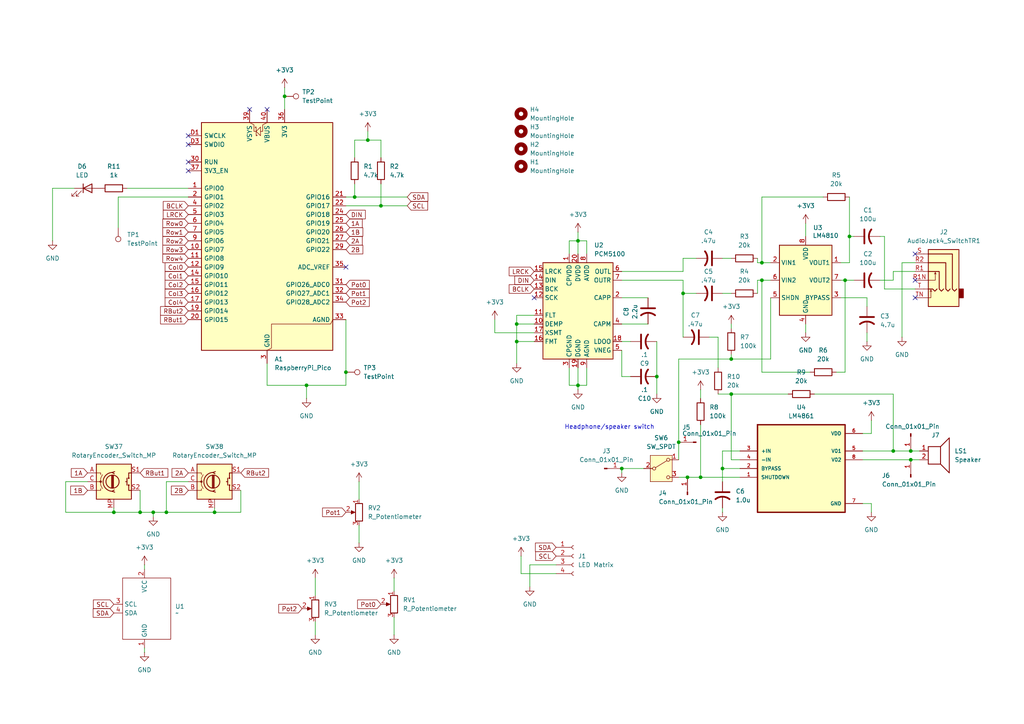
<source format=kicad_sch>
(kicad_sch (version 20250114) (generator "eeschema") (generator_version "9.0")
  (paper "A4")
  (lib_symbols
    (symbol "Amplifier_Audio:LM4810"
      (property "Reference" "U" (at -6.35 11.43 0))
      (property "Value" "LM4810" (at 5.08 11.43 0))
      (symbol "LM4810_1_1"
        (pin input line (at -10.16 5.08 0) (length 2.54) (name "VIN1") (number "2"))
        (pin input line (at -10.16 0 0) (length 2.54) (name "VIN2") (number "6"))
        (pin input line (at -10.16 -5.08 0) (length 2.54) (name "SHDN") (number "5"))
        (pin power_in line (at 0 12.7 270) (length 2.54) (name "VDD") (number "8"))
        (pin power_in line (at 0 -12.7 90) (length 2.54) (name "GND") (number "4"))
        (pin output line (at 10.16 5.08 180) (length 2.54) (name "VOUT1") (number "1"))
        (pin output line (at 10.16 0 180) (length 2.54) (name "VOUT2") (number "7"))
        (pin passive line (at 10.16 -5.08 180) (length 2.54) (name "BYPASS") (number "3"))
      )
    )
    (symbol "Audio:PCM5100"
      (property "Reference" "U" (at -10.16 13.97 0))
      (property "Value" "PCM5100" (at 3.81 13.97 0))
      (symbol "PCM5100_1_1"
        (pin input line (at -12.7 10.16 0) (length 2.54) (name "LRCK") (number "15"))
        (pin input line (at -12.7 7.62 0) (length 2.54) (name "DIN") (number "14"))
        (pin input line (at -12.7 5.08 0) (length 2.54) (name "BCK") (number "13"))
        (pin input line (at -12.7 2.54 0) (length 2.54) (name "SCK") (number "12"))
        (pin input line (at -12.7 -2.54 0) (length 2.54) (name "FLT") (number "11"))
        (pin input line (at -12.7 -5.08 0) (length 2.54) (name "DEMP") (number "10"))
        (pin input line (at -12.7 -7.62 0) (length 2.54) (name "XSMT") (number "17"))
        (pin input line (at -12.7 -10.16 0) (length 2.54) (name "FMT") (number "16"))
        (pin passive line (at -2.54 15.24 270) (length 2.54) (name "CPVDD") (number "1"))
        (pin power_in line (at -2.54 -17.78 90) (length 2.54) (name "CPGND") (number "3"))
        (pin power_in line (at 0 15.24 270) (length 2.54) (name "DVDD") (number "20"))
        (pin power_in line (at 0 -17.78 90) (length 2.54) (name "DGND") (number "19"))
        (pin power_in line (at 2.54 15.24 270) (length 2.54) (name "AVDD") (number "8"))
        (pin power_in line (at 2.54 -17.78 90) (length 2.54) (name "AGND") (number "9"))
        (pin output line (at 12.7 10.16 180) (length 2.54) (name "OUTL") (number "6"))
        (pin output line (at 12.7 7.62 180) (length 2.54) (name "OUTR") (number "7"))
        (pin passive line (at 12.7 2.54 180) (length 2.54) (name "CAPP") (number "2"))
        (pin passive line (at 12.7 -5.08 180) (length 2.54) (name "CAPM") (number "4"))
        (pin passive line (at 12.7 -10.16 180) (length 2.54) (name "LDOO") (number "18"))
        (pin passive line (at 12.7 -12.7 180) (length 2.54) (name "VNEG") (number "5"))
      )
    )
    (symbol "Connector:Conn_01x01_Pin" (pin_names (offset 1.016) (hide yes))
      (property "Reference" "J" (at 0 2.54 0))
      (property "Value" "Conn_01x01_Pin" (at 0 -2.54 0))
      (symbol "Conn_01x01_Pin_1_1"
        (pin passive line (at 5.08 0 180) (length 3.81) (name "Pin_1") (number "1"))
      )
    )
    (symbol "Connector:Conn_01x04_Socket" (pin_names (offset 1.016) (hide yes))
      (property "Reference" "J" (at 0 5.08 0))
      (property "Value" "Conn_01x04_Socket" (at 0 -7.62 0))
      (symbol "Conn_01x04_Socket_1_1"
        (pin passive line (at -5.08 2.54 0) (length 3.81) (name "Pin_1") (number "1"))
        (pin passive line (at -5.08 0 0) (length 3.81) (name "Pin_2") (number "2"))
        (pin passive line (at -5.08 -2.54 0) (length 3.81) (name "Pin_3") (number "3"))
        (pin passive line (at -5.08 -5.08 0) (length 3.81) (name "Pin_4") (number "4"))
      )
    )
    (symbol "Connector:TestPoint" (pin_numbers (hide yes)) (pin_names (offset 0.762) (hide yes))
      (property "Reference" "TP" (at 0 6.858 0))
      (property "Value" "TestPoint" (at 0 5.08 0))
      (symbol "TestPoint_1_1"
        (pin passive line (at 0 0 90) (length 2.54) (name "1") (number "1"))
      )
    )
    (symbol "Connector_Audio:AudioJack4_SwitchTR1"
      (property "Reference" "J" (at 0 11.43 0))
      (property "Value" "AudioJack4_SwitchTR1" (at 0 8.89 0))
      (symbol "AudioJack4_SwitchTR1_1_1"
        (pin passive line (at 5.08 5.08 180) (length 2.54) (name "~") (number "S"))
        (pin passive line (at 5.08 2.54 180) (length 2.54) (name "~") (number "R2"))
        (pin passive line (at 5.08 0 180) (length 2.54) (name "~") (number "R1"))
        (pin passive line (at 5.08 -2.54 180) (length 2.54) (name "~") (number "R1N"))
        (pin passive line (at 5.08 -5.08 180) (length 2.54) (name "~") (number "T"))
        (pin passive line (at 5.08 -7.62 180) (length 2.54) (name "~") (number "TN"))
      )
    )
    (symbol "Device:C_US" (pin_numbers (hide yes)) (pin_names (offset 0.254) (hide yes))
      (property "Reference" "C" (at 0.635 2.54 0))
      (property "Value" "C_US" (at 0.635 -2.54 0))
      (symbol "C_US_1_1"
        (pin passive line (at 0 3.81 270) (length 2.794) (name "~") (number "1"))
        (pin passive line (at 0 -3.81 90) (length 3.302) (name "~") (number "2"))
      )
    )
    (symbol "Device:D" (pin_numbers (hide yes)) (pin_names (offset 1.016) (hide yes))
      (property "Reference" "D" (at 0 2.54 0))
      (property "Value" "D" (at 0 -2.54 0))
      (symbol "D_1_1"
        (pin passive line (at -3.81 0 0) (length 2.54) (name "K") (number "1"))
        (pin passive line (at 3.81 0 180) (length 2.54) (name "A") (number "2"))
      )
    )
    (symbol "Device:LED" (pin_numbers (hide yes)) (pin_names (offset 1.016) (hide yes))
      (property "Reference" "D" (at 0 2.54 0))
      (property "Value" "LED" (at 0 -2.54 0))
      (symbol "LED_1_1"
        (pin passive line (at -3.81 0 0) (length 2.54) (name "K") (number "1"))
        (pin passive line (at 3.81 0 180) (length 2.54) (name "A") (number "2"))
      )
    )
    (symbol "Device:R" (pin_numbers (hide yes)) (pin_names (offset 0))
      (property "Reference" "R" (at 2.032 0 90))
      (property "Value" "R" (at 0 0 90))
      (symbol "R_1_1"
        (pin passive line (at 0 3.81 270) (length 1.27) (name "~") (number "1"))
        (pin passive line (at 0 -3.81 90) (length 1.27) (name "~") (number "2"))
      )
    )
    (symbol "Device:R_Potentiometer" (pin_names (offset 1.016) (hide yes))
      (property "Reference" "RV" (at -4.445 0 90))
      (property "Value" "R_Potentiometer" (at -2.54 0 90))
      (symbol "R_Potentiometer_1_1"
        (pin passive line (at 0 3.81 270) (length 1.27) (name "1") (number "1"))
        (pin passive line (at 0 -3.81 90) (length 1.27) (name "3") (number "3"))
        (pin passive line (at 3.81 0 180) (length 1.27) (name "2") (number "2"))
      )
    )
    (symbol "Device:RotaryEncoder_Switch_MP" (pin_names (offset 0.254) (hide yes))
      (property "Reference" "SW" (at 0 8.89 0))
      (property "Value" "RotaryEncoder_Switch_MP" (at 0 6.35 0))
      (symbol "RotaryEncoder_Switch_MP_1_1"
        (pin passive line (at -7.62 2.54 0) (length 2.54) (name "A") (number "A"))
        (pin passive line (at -7.62 0 0) (length 2.54) (name "C") (number "C"))
        (pin passive line (at -7.62 -2.54 0) (length 2.54) (name "B") (number "B"))
        (pin passive line (at 0 -7.62 90) (length 2.54) (name "MP") (number "MP"))
        (pin passive line (at 7.62 2.54 180) (length 2.54) (name "S1") (number "S1"))
        (pin passive line (at 7.62 -2.54 180) (length 2.54) (name "S2") (number "S2"))
      )
    )
    (symbol "Device:Speaker" (pin_names (offset 0) (hide yes))
      (property "Reference" "LS" (at 1.27 5.715 0))
      (property "Value" "Speaker" (at 1.27 3.81 0))
      (symbol "Speaker_1_1"
        (pin input line (at -5.08 0 0) (length 2.54) (name "1") (number "1"))
        (pin input line (at -5.08 -2.54 0) (length 2.54) (name "2") (number "2"))
      )
    )
    (symbol "LM4871MX_NOPB:LM4871MX_NOPB" (pin_names (offset 1.016))
      (property "Reference" "U" (at -12.7 13.7 0))
      (property "Value" "LM4871MX_NOPB" (at -12.7 -16.7 0))
      (symbol "LM4871MX_NOPB_0_0"
        (pin input line (at -17.78 5.08 0) (length 5.08) (name "+IN") (number "3"))
        (pin input line (at -17.78 2.54 0) (length 5.08) (name "-IN") (number "4"))
        (pin input line (at -17.78 0 0) (length 5.08) (name "BYPASS") (number "2"))
        (pin input line (at -17.78 -2.54 0) (length 5.08) (name "SHUTDOWN") (number "1"))
        (pin power_in line (at 17.78 10.16 180) (length 5.08) (name "VDD") (number "6"))
        (pin output line (at 17.78 5.08 180) (length 5.08) (name "V01") (number "5"))
        (pin output line (at 17.78 2.54 180) (length 5.08) (name "V02") (number "8"))
        (pin power_in line (at 17.78 -10.16 180) (length 5.08) (name "GND") (number "7"))
      )
    )
    (symbol "MCU_Module:RaspberryPi_Pico_Debug" (pin_names (offset 0.762))
      (property "Reference" "A" (at -19.05 35.56 0))
      (property "Value" "RaspberryPi_Pico" (at 7.62 35.56 0))
      (symbol "RaspberryPi_Pico_Debug_1_1"
        (pin input line (at -22.86 30.48 0) (length 3.81) (name "SWCLK") (number "D1"))
        (pin bidirectional line (at -22.86 27.94 0) (length 3.81) (name "SWDIO") (number "D3"))
        (pin passive line (at -22.86 22.86 0) (length 3.81) (name "RUN") (number "30"))
        (pin passive line (at -22.86 20.32 0) (length 3.81) (name "3V3_EN") (number "37"))
        (pin bidirectional line (at -22.86 15.24 0) (length 3.81) (name "GPIO0") (number "1"))
        (pin bidirectional line (at -22.86 12.7 0) (length 3.81) (name "GPIO1") (number "2"))
        (pin bidirectional line (at -22.86 10.16 0) (length 3.81) (name "GPIO2") (number "4"))
        (pin bidirectional line (at -22.86 7.62 0) (length 3.81) (name "GPIO3") (number "5"))
        (pin bidirectional line (at -22.86 5.08 0) (length 3.81) (name "GPIO4") (number "6"))
        (pin bidirectional line (at -22.86 2.54 0) (length 3.81) (name "GPIO5") (number "7"))
        (pin bidirectional line (at -22.86 0 0) (length 3.81) (name "GPIO6") (number "9"))
        (pin bidirectional line (at -22.86 -2.54 0) (length 3.81) (name "GPIO7") (number "10"))
        (pin bidirectional line (at -22.86 -5.08 0) (length 3.81) (name "GPIO8") (number "11"))
        (pin bidirectional line (at -22.86 -7.62 0) (length 3.81) (name "GPIO9") (number "12"))
        (pin bidirectional line (at -22.86 -10.16 0) (length 3.81) (name "GPIO10") (number "14"))
        (pin bidirectional line (at -22.86 -12.7 0) (length 3.81) (name "GPIO11") (number "15"))
        (pin bidirectional line (at -22.86 -15.24 0) (length 3.81) (name "GPIO12") (number "16"))
        (pin bidirectional line (at -22.86 -17.78 0) (length 3.81) (name "GPIO13") (number "17"))
        (pin bidirectional line (at -22.86 -20.32 0) (length 3.81) (name "GPIO14") (number "19"))
        (pin bidirectional line (at -22.86 -22.86 0) (length 3.81) (name "GPIO15") (number "20"))
        (pin power_in line (at -5.08 38.1 270) (length 3.81) (name "VSYS") (number "39"))
        (pin power_out line (at 0 38.1 270) (length 3.81) (name "VBUS") (number "40"))
        (pin passive line (at 0 -35.56 90) (length 3.81) (hide yes) (name "GND") (number "13"))
        (pin passive line (at 0 -35.56 90) (length 3.81) (hide yes) (name "GND") (number "18"))
        (pin passive line (at 0 -35.56 90) (length 3.81) (hide yes) (name "GND") (number "23"))
        (pin passive line (at 0 -35.56 90) (length 3.81) (hide yes) (name "GND") (number "28"))
        (pin power_out line (at 0 -35.56 90) (length 3.81) (name "GND") (number "3"))
        (pin passive line (at 0 -35.56 90) (length 3.81) (hide yes) (name "GND") (number "38"))
        (pin passive line (at 0 -35.56 90) (length 3.81) (hide yes) (name "GND") (number "8"))
        (pin passive line (at 0 -35.56 90) (length 3.81) (hide yes) (name "GND") (number "D2"))
        (pin power_out line (at 5.08 38.1 270) (length 3.81) (name "3V3") (number "36"))
        (pin bidirectional line (at 22.86 12.7 180) (length 3.81) (name "GPIO16") (number "21"))
        (pin bidirectional line (at 22.86 10.16 180) (length 3.81) (name "GPIO17") (number "22"))
        (pin bidirectional line (at 22.86 7.62 180) (length 3.81) (name "GPIO18") (number "24"))
        (pin bidirectional line (at 22.86 5.08 180) (length 3.81) (name "GPIO19") (number "25"))
        (pin bidirectional line (at 22.86 2.54 180) (length 3.81) (name "GPIO20") (number "26"))
        (pin bidirectional line (at 22.86 0 180) (length 3.81) (name "GPIO21") (number "27"))
        (pin bidirectional line (at 22.86 -2.54 180) (length 3.81) (name "GPIO22") (number "29"))
        (pin power_in line (at 22.86 -7.62 180) (length 3.81) (name "ADC_VREF") (number "35"))
        (pin bidirectional line (at 22.86 -12.7 180) (length 3.81) (name "GPIO26_ADC0") (number "31"))
        (pin bidirectional line (at 22.86 -15.24 180) (length 3.81) (name "GPIO27_ADC1") (number "32"))
        (pin bidirectional line (at 22.86 -17.78 180) (length 3.81) (name "GPIO28_ADC2") (number "34"))
        (pin power_out line (at 22.86 -22.86 180) (length 3.81) (name "AGND") (number "33"))
      )
    )
    (symbol "Mechanical:MountingHole" (pin_names (offset 1.016)) (in_bom no)
      (property "Reference" "H" (at 0 5.08 0))
      (property "Value" "MountingHole" (at 0 3.175 0))
    )
    (symbol "SMDCustomLibrary:.96in OLED 128p I2C"
      (property "Reference" "U" (at 0 0 0))
      (symbol ".96in OLED 128p I2C_1_1"
        (pin input line (at -2.54 -7.62 0) (length 2.54) (name "SCL") (number "3"))
        (pin input line (at -2.54 -10.16 0) (length 2.54) (name "SDA") (number "4"))
        (pin power_in line (at 6.35 2.54 270) (length 2.54) (name "VCC") (number "2"))
        (pin power_in line (at 6.35 -20.32 90) (length 2.54) (name "GND") (number "1"))
      )
    )
    (symbol "Switch:SW_Omron_B3FS" (pin_numbers (hide yes)) (pin_names (offset 1.016) (hide yes))
      (property "Reference" "SW" (at 1.27 2.54 0))
      (property "Value" "SW_Omron_B3FS" (at 0 -1.524 0))
      (symbol "SW_Omron_B3FS_0_1"
        (pin passive line (at -5.08 0 0) (length 2.54) (name "1") (number "1"))
        (pin passive line (at 5.08 0 180) (length 2.54) (name "2") (number "2"))
      )
    )
    (symbol "Switch:SW_SPDT" (pin_names (offset 0) (hide yes))
      (property "Reference" "SW" (at 0 5.08 0))
      (property "Value" "SW_SPDT" (at 0 -5.08 0))
      (symbol "SW_SPDT_1_1"
        (pin passive line (at -5.08 0 0) (length 2.54) (name "B") (number "2"))
        (pin passive line (at 5.08 2.54 180) (length 2.54) (name "A") (number "1"))
        (pin passive line (at 5.08 -2.54 180) (length 2.54) (name "C") (number "3"))
      )
    )
    (symbol "power:+3V3" (power) (pin_numbers (hide yes)) (pin_names (offset 0) (hide yes))
      (property "Value" "+3V3" (at 0 3.556 0))
      (symbol "+3V3_1_1"
        (pin power_in line (at 0 0 90) (length 0) (name "~") (number "1"))
      )
    )
    (symbol "power:GND" (power) (pin_numbers (hide yes)) (pin_names (offset 0) (hide yes))
      (property "Value" "GND" (at 0 -3.81 0))
      (symbol "GND_1_1"
        (pin power_in line (at 0 0 270) (length 0) (name "~") (number "1"))
      )
    )
  )
  (text "Headphone/speaker switch\n" (at 176.784 123.952 0) (effects (font (size 1.27 1.27))))
  (junction (at 173.99 -68.58))
  (junction (at 246.38 68.58))
  (junction (at 173.99 -36.83))
  (junction (at 264.16 133.35))
  (junction (at 228.6 -46.99))
  (junction (at 82.55 27.94))
  (junction (at 106.68 40.64))
  (junction (at 212.09 104.14))
  (junction (at 48.26 148.59))
  (junction (at 40.64 148.59))
  (junction (at 44.45 148.59))
  (junction (at 180.34 -80.01))
  (junction (at 246.38 -52.07))
  (junction (at 246.38 -36.83))
  (junction (at 180.34 -62.23))
  (junction (at 198.12 -52.07))
  (junction (at 88.9 111.76))
  (junction (at 220.98 81.28))
  (junction (at 173.99 -20.32))
  (junction (at 100.33 107.95))
  (junction (at 204.47 -46.99))
  (junction (at 33.02 148.59))
  (junction (at 180.34 -46.99))
  (junction (at 264.16 130.81))
  (junction (at 222.25 -36.83))
  (junction (at 259.08 130.81))
  (junction (at 180.34 135.89))
  (junction (at 149.86 93.98))
  (junction (at 110.49 59.69))
  (junction (at 209.55 135.89))
  (junction (at 220.98 76.2))
  (junction (at 198.12 85.09))
  (junction (at 204.47 -62.23))
  (junction (at 228.6 -30.48))
  (junction (at 180.34 -15.24))
  (junction (at 198.12 -20.32))
  (junction (at 228.6 -80.01))
  (junction (at 149.86 99.06))
  (junction (at 196.85 128.27))
  (junction (at 222.25 -20.32))
  (junction (at 271.78 -36.83))
  (junction (at 222.25 -52.07))
  (junction (at 167.64 69.85))
  (junction (at 228.6 -62.23))
  (junction (at 199.39 138.43))
  (junction (at 271.78 -20.32))
  (junction (at 246.38 -20.32))
  (junction (at 198.12 -68.58))
  (junction (at 62.23 148.59))
  (junction (at 198.12 -36.83))
  (junction (at 190.5 109.22))
  (junction (at 228.6 -15.24))
  (junction (at 271.78 -68.58))
  (junction (at 204.47 -30.48))
  (junction (at 245.11 81.28))
  (junction (at 204.47 -80.01))
  (junction (at 246.38 -68.58))
  (junction (at 204.47 -15.24))
  (junction (at 271.78 -52.07))
  (junction (at 167.64 111.76))
  (junction (at 222.25 -68.58))
  (junction (at 180.34 -30.48))
  (junction (at 173.99 -52.07))
  (junction (at 203.2 138.43))
  (junction (at 102.87 57.15))
  (junction (at 212.09 114.3))
  (no_connect (at 265.43 86.36))
  (no_connect (at 100.33 77.47))
  (no_connect (at 265.43 73.66))
  (no_connect (at 54.61 46.99))
  (no_connect (at 54.61 39.37))
  (no_connect (at 154.94 86.36))
  (no_connect (at 54.61 49.53))
  (no_connect (at 54.61 41.91))
  (no_connect (at 265.43 81.28))
  (no_connect (at 72.39 31.75))
  (no_connect (at 77.47 31.75))
  (wire (pts (xy 165.1 106.68) (xy 165.1 111.76)))
  (wire (pts (xy 209.55 135.89) (xy 209.55 139.7)))
  (wire (pts (xy 204.47 -46.99) (xy 180.34 -46.99)))
  (wire (pts (xy 250.19 125.73) (xy 252.73 125.73)))
  (wire (pts (xy 151.13 161.29) (xy 151.13 166.37)))
  (wire (pts (xy 110.49 53.34) (xy 110.49 59.69)))
  (wire (pts (xy 36.83 54.61) (xy 54.61 54.61)))
  (wire (pts (xy 254 -80.01) (xy 228.6 -80.01)))
  (wire (pts (xy 104.14 152.4) (xy 104.14 157.48)))
  (wire (pts (xy 203.2 123.19) (xy 203.2 138.43)))
  (wire (pts (xy 165.1 111.76) (xy 167.64 111.76)))
  (wire (pts (xy 209.55 130.81) (xy 214.63 130.81)))
  (wire (pts (xy 154.94 96.52) (xy 143.51 96.52)))
  (wire (pts (xy 34.29 57.15) (xy 54.61 57.15)))
  (wire (pts (xy 222.25 -20.32) (xy 222.25 -5.08)))
  (wire (pts (xy 246.38 -69.85) (xy 246.38 -68.58)))
  (wire (pts (xy 228.6 -30.48) (xy 204.47 -30.48)))
  (wire (pts (xy 256.54 68.58) (xy 256.54 83.82)))
  (wire (pts (xy 180.34 86.36) (xy 187.96 86.36)))
  (wire (pts (xy 199.39 138.43) (xy 203.2 138.43)))
  (wire (pts (xy 246.38 68.58) (xy 247.65 68.58)))
  (wire (pts (xy 219.71 81.28) (xy 219.71 85.09)))
  (wire (pts (xy 156.21 -15.24) (xy 156.21 -5.08)))
  (wire (pts (xy 243.84 86.36) (xy 251.46 86.36)))
  (wire (pts (xy 104.14 139.7) (xy 104.14 144.78)))
  (wire (pts (xy 236.22 114.3) (xy 259.08 114.3)))
  (wire (pts (xy 254 -52.07) (xy 254 -62.23)))
  (wire (pts (xy 173.99 -69.85) (xy 173.99 -68.58)))
  (wire (pts (xy 33.02 148.59) (xy 33.02 147.32)))
  (wire (pts (xy 198.12 -68.58) (xy 198.12 -52.07)))
  (wire (pts (xy 259.08 81.28) (xy 259.08 78.74)))
  (wire (pts (xy 170.18 106.68) (xy 170.18 111.76)))
  (wire (pts (xy 271.78 -68.58) (xy 271.78 -52.07)))
  (wire (pts (xy 220.98 107.95) (xy 220.98 81.28)))
  (wire (pts (xy 212.09 104.14) (xy 223.52 104.14)))
  (wire (pts (xy 102.87 53.34) (xy 102.87 57.15)))
  (wire (pts (xy 228.6 -5.08) (xy 228.6 -15.24)))
  (wire (pts (xy 246.38 -52.07) (xy 246.38 -36.83)))
  (wire (pts (xy 251.46 96.52) (xy 251.46 99.06)))
  (wire (pts (xy 233.68 64.77) (xy 233.68 68.58)))
  (wire (pts (xy 204.47 -15.24) (xy 228.6 -15.24)))
  (wire (pts (xy 110.49 40.64) (xy 106.68 40.64)))
  (wire (pts (xy 82.55 25.4) (xy 82.55 27.94)))
  (wire (pts (xy 180.34 81.28) (xy 198.12 81.28)))
  (wire (pts (xy 259.08 114.3) (xy 259.08 130.81)))
  (wire (pts (xy 88.9 115.57) (xy 88.9 111.76)))
  (wire (pts (xy 203.2 138.43) (xy 214.63 138.43)))
  (wire (pts (xy 251.46 86.36) (xy 251.46 88.9)))
  (wire (pts (xy 246.38 -36.83) (xy 246.38 -20.32)))
  (wire (pts (xy 48.26 148.59) (xy 62.23 148.59)))
  (wire (pts (xy 173.99 -36.83) (xy 173.99 -20.32)))
  (wire (pts (xy 180.34 135.89) (xy 180.34 137.16)))
  (wire (pts (xy 228.6 -68.58) (xy 228.6 -80.01)))
  (wire (pts (xy 110.49 45.72) (xy 110.49 40.64)))
  (wire (pts (xy 204.47 -5.08) (xy 204.47 -15.24)))
  (wire (pts (xy 77.47 105.41) (xy 77.47 111.76)))
  (wire (pts (xy 204.47 -68.58) (xy 204.47 -80.01)))
  (wire (pts (xy 264.16 130.81) (xy 266.7 130.81)))
  (wire (pts (xy 15.24 54.61) (xy 15.24 69.85)))
  (wire (pts (xy 198.12 85.09) (xy 198.12 97.79)))
  (wire (pts (xy 180.34 -46.99) (xy 180.34 -36.83)))
  (wire (pts (xy 196.85 104.14) (xy 212.09 104.14)))
  (wire (pts (xy 212.09 102.87) (xy 212.09 104.14)))
  (wire (pts (xy 190.5 99.06) (xy 190.5 109.22)))
  (wire (pts (xy 261.62 76.2) (xy 261.62 97.79)))
  (wire (pts (xy 173.99 -68.58) (xy 173.99 -52.07)))
  (wire (pts (xy 204.47 -52.07) (xy 204.47 -62.23)))
  (wire (pts (xy 250.19 130.81) (xy 259.08 130.81)))
  (wire (pts (xy 100.33 111.76) (xy 100.33 107.95)))
  (wire (pts (xy 156.21 -20.32) (xy 156.21 -30.48)))
  (wire (pts (xy 167.64 106.68) (xy 167.64 111.76)))
  (wire (pts (xy 219.71 76.2) (xy 220.98 76.2)))
  (wire (pts (xy 100.33 107.95) (xy 100.33 92.71)))
  (wire (pts (xy 180.34 -80.01) (xy 180.34 -68.58)))
  (wire (pts (xy 190.5 109.22) (xy 190.5 114.3)))
  (wire (pts (xy 173.99 -20.32) (xy 173.99 -5.08)))
  (wire (pts (xy 118.11 57.15) (xy 102.87 57.15)))
  (wire (pts (xy 102.87 45.72) (xy 102.87 40.64)))
  (wire (pts (xy 167.64 69.85) (xy 167.64 73.66)))
  (wire (pts (xy 223.52 104.14) (xy 223.52 86.36)))
  (wire (pts (xy 180.34 -30.48) (xy 180.34 -20.32)))
  (wire (pts (xy 220.98 57.15) (xy 238.76 57.15)))
  (wire (pts (xy 214.63 135.89) (xy 209.55 135.89)))
  (wire (pts (xy 180.34 109.22) (xy 180.34 101.6)))
  (wire (pts (xy 62.23 148.59) (xy 62.23 147.32)))
  (wire (pts (xy 196.85 104.14) (xy 196.85 128.27)))
  (wire (pts (xy 209.55 147.32) (xy 209.55 148.59)))
  (wire (pts (xy 151.13 166.37) (xy 161.29 166.37)))
  (wire (pts (xy 41.91 189.23) (xy 41.91 187.96)))
  (wire (pts (xy 209.55 135.89) (xy 209.55 130.81)))
  (wire (pts (xy 250.19 133.35) (xy 264.16 133.35)))
  (wire (pts (xy 149.86 99.06) (xy 154.94 99.06)))
  (wire (pts (xy 271.78 -69.85) (xy 271.78 -68.58)))
  (wire (pts (xy 246.38 -20.32) (xy 246.38 -5.08)))
  (wire (pts (xy 156.21 -62.23) (xy 180.34 -62.23)))
  (wire (pts (xy 243.84 81.28) (xy 245.11 81.28)))
  (wire (pts (xy 254 -36.83) (xy 254 -46.99)))
  (wire (pts (xy 228.6 -36.83) (xy 228.6 -46.99)))
  (wire (pts (xy 154.94 93.98) (xy 149.86 93.98)))
  (wire (pts (xy 198.12 85.09) (xy 198.12 81.28)))
  (wire (pts (xy 204.47 -36.83) (xy 204.47 -46.99)))
  (wire (pts (xy 69.85 142.24) (xy 69.85 148.59)))
  (wire (pts (xy 252.73 125.73) (xy 252.73 121.92)))
  (wire (pts (xy 265.43 76.2) (xy 261.62 76.2)))
  (wire (pts (xy 19.05 148.59) (xy 33.02 148.59)))
  (wire (pts (xy 233.68 93.98) (xy 233.68 96.52)))
  (wire (pts (xy 180.34 -62.23) (xy 180.34 -52.07)))
  (wire (pts (xy 214.63 133.35) (xy 212.09 133.35)))
  (wire (pts (xy 259.08 78.74) (xy 265.43 78.74)))
  (wire (pts (xy 161.29 163.83) (xy 153.67 163.83)))
  (wire (pts (xy 44.45 149.86) (xy 44.45 148.59)))
  (wire (pts (xy 201.93 85.09) (xy 198.12 85.09)))
  (wire (pts (xy 250.19 146.05) (xy 252.73 146.05)))
  (wire (pts (xy 40.64 148.59) (xy 44.45 148.59)))
  (wire (pts (xy 69.85 148.59) (xy 62.23 148.59)))
  (wire (pts (xy 209.55 74.93) (xy 212.09 74.93)))
  (wire (pts (xy 40.64 142.24) (xy 40.64 148.59)))
  (wire (pts (xy 153.67 163.83) (xy 153.67 170.18)))
  (wire (pts (xy 208.28 114.3) (xy 212.09 114.3)))
  (wire (pts (xy 149.86 91.44) (xy 149.86 93.98)))
  (wire (pts (xy 219.71 76.2) (xy 219.71 74.93)))
  (wire (pts (xy 203.2 113.03) (xy 203.2 115.57)))
  (wire (pts (xy 180.34 93.98) (xy 187.96 93.98)))
  (wire (pts (xy 259.08 81.28) (xy 255.27 81.28)))
  (wire (pts (xy 204.47 -62.23) (xy 180.34 -62.23)))
  (wire (pts (xy 198.12 74.93) (xy 201.93 74.93)))
  (wire (pts (xy 198.12 -36.83) (xy 198.12 -20.32)))
  (wire (pts (xy 208.28 97.79) (xy 205.74 97.79)))
  (wire (pts (xy 212.09 114.3) (xy 228.6 114.3)))
  (wire (pts (xy 110.49 59.69) (xy 100.33 59.69)))
  (wire (pts (xy 149.86 105.41) (xy 149.86 99.06)))
  (wire (pts (xy 198.12 74.93) (xy 198.12 78.74)))
  (wire (pts (xy 33.02 148.59) (xy 40.64 148.59)))
  (wire (pts (xy 180.34 -5.08) (xy 180.34 -15.24)))
  (wire (pts (xy 222.25 -36.83) (xy 222.25 -20.32)))
  (wire (pts (xy 165.1 73.66) (xy 165.1 69.85)))
  (wire (pts (xy 167.64 67.31) (xy 167.64 69.85)))
  (wire (pts (xy 220.98 76.2) (xy 223.52 76.2)))
  (wire (pts (xy 209.55 85.09) (xy 212.09 85.09)))
  (wire (pts (xy 254 -68.58) (xy 254 -80.01)))
  (wire (pts (xy 246.38 -68.58) (xy 246.38 -52.07)))
  (wire (pts (xy 254 -62.23) (xy 228.6 -62.23)))
  (wire (pts (xy 204.47 -20.32) (xy 204.47 -30.48)))
  (wire (pts (xy 156.21 -30.48) (xy 180.34 -30.48)))
  (wire (pts (xy 91.44 167.64) (xy 91.44 172.72)))
  (wire (pts (xy 234.95 107.95) (xy 220.98 107.95)))
  (wire (pts (xy 246.38 57.15) (xy 246.38 68.58)))
  (wire (pts (xy 198.12 -52.07) (xy 198.12 -36.83)))
  (wire (pts (xy 259.08 130.81) (xy 264.16 130.81)))
  (wire (pts (xy 156.21 -46.99) (xy 180.34 -46.99)))
  (wire (pts (xy 167.64 113.03) (xy 167.64 111.76)))
  (wire (pts (xy 246.38 68.58) (xy 246.38 76.2)))
  (wire (pts (xy 245.11 107.95) (xy 245.11 81.28)))
  (wire (pts (xy 212.09 133.35) (xy 212.09 114.3)))
  (wire (pts (xy 252.73 146.05) (xy 252.73 148.59)))
  (wire (pts (xy 219.71 81.28) (xy 220.98 81.28)))
  (wire (pts (xy 41.91 163.83) (xy 41.91 165.1)))
  (wire (pts (xy 228.6 -46.99) (xy 204.47 -46.99)))
  (wire (pts (xy 170.18 111.76) (xy 167.64 111.76)))
  (wire (pts (xy 25.4 139.7) (xy 19.05 139.7)))
  (wire (pts (xy 198.12 78.74) (xy 180.34 78.74)))
  (wire (pts (xy 255.27 68.58) (xy 256.54 68.58)))
  (wire (pts (xy 19.05 139.7) (xy 19.05 148.59)))
  (wire (pts (xy 165.1 69.85) (xy 167.64 69.85)))
  (wire (pts (xy 228.6 -15.24) (xy 254 -15.24)))
  (wire (pts (xy 156.21 -68.58) (xy 156.21 -80.01)))
  (wire (pts (xy 254 -5.08) (xy 254 -15.24)))
  (wire (pts (xy 102.87 40.64) (xy 106.68 40.64)))
  (wire (pts (xy 254 -30.48) (xy 228.6 -30.48)))
  (wire (pts (xy 222.25 -68.58) (xy 222.25 -52.07)))
  (wire (pts (xy 156.21 -52.07) (xy 156.21 -62.23)))
  (wire (pts (xy 114.3 179.07) (xy 114.3 184.15)))
  (wire (pts (xy 204.47 -30.48) (xy 180.34 -30.48)))
  (wire (pts (xy 44.45 148.59) (xy 48.26 148.59)))
  (wire (pts (xy 154.94 91.44) (xy 149.86 91.44)))
  (wire (pts (xy 222.25 -52.07) (xy 222.25 -36.83)))
  (wire (pts (xy 196.85 128.27) (xy 196.85 133.35)))
  (wire (pts (xy 182.88 109.22) (xy 180.34 109.22)))
  (wire (pts (xy 180.34 -15.24) (xy 204.47 -15.24)))
  (wire (pts (xy 242.57 107.95) (xy 245.11 107.95)))
  (wire (pts (xy 228.6 -62.23) (xy 204.47 -62.23)))
  (wire (pts (xy 156.21 -15.24) (xy 180.34 -15.24)))
  (wire (pts (xy 204.47 -80.01) (xy 180.34 -80.01)))
  (wire (pts (xy 264.16 133.35) (xy 266.7 133.35)))
  (wire (pts (xy 143.51 96.52) (xy 143.51 92.71)))
  (wire (pts (xy 114.3 167.64) (xy 114.3 171.45)))
  (wire (pts (xy 228.6 -52.07) (xy 228.6 -62.23)))
  (wire (pts (xy 198.12 -20.32) (xy 198.12 -5.08)))
  (wire (pts (xy 106.68 38.1) (xy 106.68 40.64)))
  (wire (pts (xy 21.59 54.61) (xy 15.24 54.61)))
  (wire (pts (xy 228.6 -20.32) (xy 228.6 -30.48)))
  (wire (pts (xy 34.29 66.04) (xy 34.29 57.15)))
  (wire (pts (xy 271.78 -36.83) (xy 271.78 -20.32)))
  (wire (pts (xy 149.86 93.98) (xy 149.86 99.06)))
  (wire (pts (xy 91.44 180.34) (xy 91.44 184.15)))
  (wire (pts (xy 271.78 -20.32) (xy 271.78 -5.08)))
  (wire (pts (xy 198.12 -69.85) (xy 198.12 -68.58)))
  (wire (pts (xy 170.18 69.85) (xy 167.64 69.85)))
  (wire (pts (xy 208.28 106.68) (xy 208.28 97.79)))
  (wire (pts (xy 54.61 139.7) (xy 48.26 139.7)))
  (wire (pts (xy 220.98 57.15) (xy 220.98 76.2)))
  (wire (pts (xy 88.9 111.76) (xy 100.33 111.76)))
  (wire (pts (xy 212.09 93.98) (xy 212.09 95.25)))
  (wire (pts (xy 186.69 135.89) (xy 180.34 135.89)))
  (wire (pts (xy 271.78 -52.07) (xy 271.78 -36.83)))
  (wire (pts (xy 222.25 -69.85) (xy 222.25 -68.58)))
  (wire (pts (xy 173.99 -52.07) (xy 173.99 -36.83)))
  (wire (pts (xy 48.26 139.7) (xy 48.26 148.59)))
  (wire (pts (xy 196.85 138.43) (xy 199.39 138.43)))
  (wire (pts (xy 102.87 57.15) (xy 100.33 57.15)))
  (wire (pts (xy 254 -20.32) (xy 254 -30.48)))
  (wire (pts (xy 170.18 73.66) (xy 170.18 69.85)))
  (wire (pts (xy 254 -46.99) (xy 228.6 -46.99)))
  (wire (pts (xy 182.88 99.06) (xy 180.34 99.06)))
  (wire (pts (xy 82.55 27.94) (xy 82.55 31.75)))
  (wire (pts (xy 246.38 76.2) (xy 243.84 76.2)))
  (wire (pts (xy 256.54 83.82) (xy 265.43 83.82)))
  (wire (pts (xy 245.11 81.28) (xy 247.65 81.28)))
  (wire (pts (xy 77.47 111.76) (xy 88.9 111.76)))
  (wire (pts (xy 156.21 -36.83) (xy 156.21 -46.99)))
  (wire (pts (xy 156.21 -80.01) (xy 180.34 -80.01)))
  (wire (pts (xy 220.98 81.28) (xy 223.52 81.28)))
  (wire (pts (xy 228.6 -80.01) (xy 204.47 -80.01)))
  (wire (pts (xy 118.11 59.69) (xy 110.49 59.69)))
  (global_label "DIN" (shape input) (at 100.33 62.23 0) (property "Intersheetrefs" "${INTERSHEET_REFS}" (effects (hide yes))))
  (global_label "RBut2" (shape input) (at 69.85 137.16 0) (property "Intersheetrefs" "${INTERSHEET_REFS}" (effects (hide yes))))
  (global_label "Row2" (shape input) (at 156.21 -46.99 180) (property "Intersheetrefs" "${INTERSHEET_REFS}" (effects (hide yes))))
  (global_label "RBut1" (shape input) (at 40.64 137.16 0) (property "Intersheetrefs" "${INTERSHEET_REFS}" (effects (hide yes))))
  (global_label "1A" (shape input) (at 25.4 137.16 180) (property "Intersheetrefs" "${INTERSHEET_REFS}" (effects (hide yes))))
  (global_label "Row0" (shape input) (at 156.21 -80.01 180) (property "Intersheetrefs" "${INTERSHEET_REFS}" (effects (hide yes))))
  (global_label "1B" (shape input) (at 25.4 142.24 180) (property "Intersheetrefs" "${INTERSHEET_REFS}" (effects (hide yes))))
  (global_label "Pot2" (shape input) (at 100.33 87.63 0) (property "Intersheetrefs" "${INTERSHEET_REFS}" (effects (hide yes))))
  (global_label "Col2" (shape input) (at 222.25 -69.85 90) (property "Intersheetrefs" "${INTERSHEET_REFS}" (effects (hide yes))))
  (global_label "Col1" (shape input) (at 198.12 -69.85 90) (property "Intersheetrefs" "${INTERSHEET_REFS}" (effects (hide yes))))
  (global_label "2A" (shape input) (at 54.61 137.16 180) (property "Intersheetrefs" "${INTERSHEET_REFS}" (effects (hide yes))))
  (global_label "Pot0" (shape input) (at 100.33 82.55 0) (property "Intersheetrefs" "${INTERSHEET_REFS}" (effects (hide yes))))
  (global_label "RBut2" (shape input) (at 54.61 90.17 180) (property "Intersheetrefs" "${INTERSHEET_REFS}" (effects (hide yes))))
  (global_label "BCLK" (shape input) (at 154.94 83.82 180) (property "Intersheetrefs" "${INTERSHEET_REFS}" (effects (hide yes))))
  (global_label "Col2" (shape input) (at 54.61 82.55 180) (property "Intersheetrefs" "${INTERSHEET_REFS}" (effects (hide yes))))
  (global_label "RBut1" (shape input) (at 54.61 92.71 180) (property "Intersheetrefs" "${INTERSHEET_REFS}" (effects (hide yes))))
  (global_label "2B" (shape input) (at 54.61 142.24 180) (property "Intersheetrefs" "${INTERSHEET_REFS}" (effects (hide yes))))
  (global_label "SCL" (shape input) (at 33.02 175.26 180) (property "Intersheetrefs" "${INTERSHEET_REFS}" (effects (hide yes))))
  (global_label "SDA" (shape input) (at 161.29 158.75 180) (property "Intersheetrefs" "${INTERSHEET_REFS}" (effects (hide yes))))
  (global_label "Pot0" (shape input) (at 110.49 175.26 180) (property "Intersheetrefs" "${INTERSHEET_REFS}" (effects (hide yes))))
  (global_label "LRCK" (shape input) (at 154.94 78.74 180) (property "Intersheetrefs" "${INTERSHEET_REFS}" (effects (hide yes))))
  (global_label "Row1" (shape input) (at 54.61 67.31 180) (property "Intersheetrefs" "${INTERSHEET_REFS}" (effects (hide yes))))
  (global_label "2A" (shape input) (at 100.33 69.85 0) (property "Intersheetrefs" "${INTERSHEET_REFS}" (effects (hide yes))))
  (global_label "Pot1" (shape input) (at 100.33 148.59 180) (property "Intersheetrefs" "${INTERSHEET_REFS}" (effects (hide yes))))
  (global_label "Col3" (shape input) (at 246.38 -69.85 90) (property "Intersheetrefs" "${INTERSHEET_REFS}" (effects (hide yes))))
  (global_label "Row4" (shape input) (at 156.21 -15.24 180) (property "Intersheetrefs" "${INTERSHEET_REFS}" (effects (hide yes))))
  (global_label "Row0" (shape input) (at 54.61 64.77 180) (property "Intersheetrefs" "${INTERSHEET_REFS}" (effects (hide yes))))
  (global_label "Row2" (shape input) (at 54.61 69.85 180) (property "Intersheetrefs" "${INTERSHEET_REFS}" (effects (hide yes))))
  (global_label "Row3" (shape input) (at 156.21 -30.48 180) (property "Intersheetrefs" "${INTERSHEET_REFS}" (effects (hide yes))))
  (global_label "DIN" (shape input) (at 154.94 81.28 180) (property "Intersheetrefs" "${INTERSHEET_REFS}" (effects (hide yes))))
  (global_label "1A" (shape input) (at 100.33 64.77 0) (property "Intersheetrefs" "${INTERSHEET_REFS}" (effects (hide yes))))
  (global_label "SCL" (shape input) (at 161.29 161.29 180) (property "Intersheetrefs" "${INTERSHEET_REFS}" (effects (hide yes))))
  (global_label "Pot1" (shape input) (at 100.33 85.09 0) (property "Intersheetrefs" "${INTERSHEET_REFS}" (effects (hide yes))))
  (global_label "Col4" (shape input) (at 54.61 87.63 180) (property "Intersheetrefs" "${INTERSHEET_REFS}" (effects (hide yes))))
  (global_label "1B" (shape input) (at 100.33 67.31 0) (property "Intersheetrefs" "${INTERSHEET_REFS}" (effects (hide yes))))
  (global_label "Pot2" (shape input) (at 87.63 176.53 180) (property "Intersheetrefs" "${INTERSHEET_REFS}" (effects (hide yes))))
  (global_label "Col3" (shape input) (at 54.61 85.09 180) (property "Intersheetrefs" "${INTERSHEET_REFS}" (effects (hide yes))))
  (global_label "SCL" (shape input) (at 118.11 59.69 0) (property "Intersheetrefs" "${INTERSHEET_REFS}" (effects (hide yes))))
  (global_label "2B" (shape input) (at 100.33 72.39 0) (property "Intersheetrefs" "${INTERSHEET_REFS}" (effects (hide yes))))
  (global_label "BCLK" (shape input) (at 54.61 59.69 180) (property "Intersheetrefs" "${INTERSHEET_REFS}" (effects (hide yes))))
  (global_label "Col0" (shape input) (at 54.61 77.47 180) (property "Intersheetrefs" "${INTERSHEET_REFS}" (effects (hide yes))))
  (global_label "Row4" (shape input) (at 54.61 74.93 180) (property "Intersheetrefs" "${INTERSHEET_REFS}" (effects (hide yes))))
  (global_label "Col1" (shape input) (at 54.61 80.01 180) (property "Intersheetrefs" "${INTERSHEET_REFS}" (effects (hide yes))))
  (global_label "Col0" (shape input) (at 173.99 -69.85 90) (property "Intersheetrefs" "${INTERSHEET_REFS}" (effects (hide yes))))
  (global_label "Col4" (shape input) (at 271.78 -69.85 90) (property "Intersheetrefs" "${INTERSHEET_REFS}" (effects (hide yes))))
  (global_label "SDA" (shape input) (at 33.02 177.8 180) (property "Intersheetrefs" "${INTERSHEET_REFS}" (effects (hide yes))))
  (global_label "LRCK" (shape input) (at 54.61 62.23 180) (property "Intersheetrefs" "${INTERSHEET_REFS}" (effects (hide yes))))
  (global_label "SDA" (shape input) (at 118.11 57.15 0) (property "Intersheetrefs" "${INTERSHEET_REFS}" (effects (hide yes))))
  (global_label "Row1" (shape input) (at 156.21 -62.23 180) (property "Intersheetrefs" "${INTERSHEET_REFS}" (effects (hide yes))))
  (global_label "Row3" (shape input) (at 54.61 72.39 180) (property "Intersheetrefs" "${INTERSHEET_REFS}" (effects (hide yes))))
  (symbol (lib_id "power:+3V3") (at 203.2 113.03 0) (unit 1)
    (property "Reference" "#PWR027" (effects (hide yes)))
    (property "Value" "+3V3" (at 203.2 107.95 0))
    (property "Description" "Power symbol creates a global label with name \"+3V3\"" (effects (hide yes)))
  )
  (symbol (lib_id "Switch:SW_Omron_B3FS") (at 209.55 -68.58 0) (unit 1)
    (property "Reference" "SW3" (at 209.55 -74.168 0))
    (property "Value" "SW_Omron_B3FS" (effects (hide yes)))
    (property "Footprint" "Button_Switch_Keyboard:SW_Cherry_MX_1.00u_PCB" (effects (hide yes)))
    (property "Datasheet" "https://omronfs.omron.com/en_US/ecb/products/pdf/en-b3fs.pdf" (effects (hide yes)))
    (property "Description" "Omron B3FS 6x6mm single pole normally-open tactile switch" (effects (hide yes)))
  )
  (symbol (lib_id "Switch:SW_Omron_B3FS") (at 233.68 -52.07 0) (unit 1)
    (property "Reference" "SW10" (at 233.68 -57.658 0))
    (property "Value" "SW_Omron_B3FS" (effects (hide yes)))
    (property "Footprint" "Button_Switch_Keyboard:SW_Cherry_MX_1.00u_PCB" (effects (hide yes)))
    (property "Datasheet" "https://omronfs.omron.com/en_US/ecb/products/pdf/en-b3fs.pdf" (effects (hide yes)))
    (property "Description" "Omron B3FS 6x6mm single pole normally-open tactile switch" (effects (hide yes)))
  )
  (symbol (lib_id "power:+3V3") (at 91.44 167.64 0) (unit 1)
    (property "Reference" "#PWR012" (effects (hide yes)))
    (property "Value" "+3V3" (at 91.44 162.56 0))
    (property "Description" "Power symbol creates a global label with name \"+3V3\"" (effects (hide yes)))
  )
  (symbol (lib_id "Connector_Audio:AudioJack4_SwitchTR1") (at 270.51 78.74 0) (mirror y) (unit 1)
    (property "Reference" "J2" (at 273.7485 67.31 0))
    (property "Value" "AudioJack4_SwitchTR1" (at 273.7485 69.85 0))
    (property "Footprint" "Connector_Audio:Jack_3.5mm_PJ31060-I_Horizontal" (effects (hide yes)))
    (property "Description" "Audio Jack, 4 Poles (Stereo / TRRS), Switched TR1 Poles (Normalling)" (effects (hide yes)))
  )
  (symbol (lib_id "Device:R") (at 33.02 54.61 270) (unit 1)
    (property "Reference" "R11" (at 33.02 48.26 90))
    (property "Value" "1k" (at 33.02 50.8 90))
    (property "Footprint" "Resistor_THT:R_Axial_DIN0207_L6.3mm_D2.5mm_P7.62mm_Horizontal" (effects (hide yes)))
    (property "Description" "Resistor" (effects (hide yes)))
  )
  (symbol (lib_id "Switch:SW_Omron_B3FS") (at 259.08 -68.58 0) (unit 1)
    (property "Reference" "SW5" (at 259.08 -74.168 0))
    (property "Value" "SW_Omron_B3FS" (effects (hide yes)))
    (property "Footprint" "Button_Switch_Keyboard:SW_Cherry_MX_1.00u_PCB" (effects (hide yes)))
    (property "Datasheet" "https://omronfs.omron.com/en_US/ecb/products/pdf/en-b3fs.pdf" (effects (hide yes)))
    (property "Description" "Omron B3FS 6x6mm single pole normally-open tactile switch" (effects (hide yes)))
  )
  (symbol (lib_id "Device:R") (at 215.9 74.93 90) (unit 1)
    (property "Reference" "R3" (at 215.9 68.58 90))
    (property "Value" "20k" (at 215.9 71.12 90))
    (property "Footprint" "Resistor_THT:R_Axial_DIN0207_L6.3mm_D2.5mm_P7.62mm_Horizontal" (effects (hide yes)))
    (property "Description" "Resistor" (effects (hide yes)))
  )
  (symbol (lib_id "Device:R_Potentiometer") (at 114.3 175.26 0) (mirror y) (unit 1)
    (property "Reference" "RV1" (at 116.84 173.9899 0) (effects (justify right)))
    (property "Value" "R_Potentiometer" (at 116.84 176.5299 0) (effects (justify right)))
    (property "Footprint" "My Footprint Library:Slide Pot" (effects (hide yes)))
    (property "Description" "Potentiometer" (effects (hide yes)))
  )
  (symbol (lib_id "Device:D") (at 194.31 -52.07 180) (unit 1)
    (property "Reference" "D8" (at 194.31 -58.42 0))
    (property "Value" "D" (at 194.31 -55.88 0))
    (property "Footprint" "Diode_THT:D_DO-35_SOD27_P7.62mm_Horizontal" (effects (hide yes)))
    (property "Description" "Diode" (effects (hide yes)))
    (property "Sim.Device" "D" (effects (hide yes)))
    (property "Sim.Pins" "1=K 2=A" (effects (hide yes)))
  )
  (symbol (lib_id "Mechanical:MountingHole") (at 151.13 38.1 0) (unit 1) (in_bom no)
    (property "Reference" "H3" (at 153.67 36.8299 0) (effects (justify left)))
    (property "Value" "MountingHole" (at 153.67 39.3699 0) (effects (justify left)))
    (property "Footprint" "MountingHole:MountingHole_4.3mm_M4" (effects (hide yes)))
    (property "Description" "Mounting Hole without connection" (effects (hide yes)))
  )
  (symbol (lib_id "Switch:SW_Omron_B3FS") (at 185.42 -36.83 0) (unit 1)
    (property "Reference" "SW15" (at 185.42 -42.418 0))
    (property "Value" "SW_Omron_B3FS" (effects (hide yes)))
    (property "Footprint" "Button_Switch_Keyboard:SW_Cherry_MX_1.00u_PCB" (effects (hide yes)))
    (property "Datasheet" "https://omronfs.omron.com/en_US/ecb/products/pdf/en-b3fs.pdf" (effects (hide yes)))
    (property "Description" "Omron B3FS 6x6mm single pole normally-open tactile switch" (effects (hide yes)))
  )
  (symbol (lib_id "power:+3V3") (at 114.3 167.64 0) (unit 1)
    (property "Reference" "#PWR010" (effects (hide yes)))
    (property "Value" "+3V3" (at 114.3 162.56 0))
    (property "Description" "Power symbol creates a global label with name \"+3V3\"" (effects (hide yes)))
  )
  (symbol (lib_id "Connector:Conn_01x01_Pin") (at 264.16 125.73 270) (unit 1)
    (property "Reference" "J7" (at 272.542 126.238 90) (effects (justify right)))
    (property "Value" "Conn_01x01_Pin" (at 272.542 123.698 90) (effects (justify right)))
    (property "Footprint" "TestPoint:TestPoint_Pad_4.0x4.0mm" (effects (hide yes)))
    (property "Description" "Generic connector, single row, 01x01, script generated" (effects (hide yes)))
  )
  (symbol (lib_id "power:GND") (at 261.62 97.79 0) (unit 1)
    (property "Reference" "#PWR022" (effects (hide yes)))
    (property "Value" "GND" (at 261.62 102.87 0))
    (property "Description" "Power symbol creates a global label with name \"GND\" , ground" (effects (hide yes)))
  )
  (symbol (lib_id "Switch:SW_Omron_B3FS") (at 161.29 -36.83 0) (unit 1)
    (property "Reference" "SW13" (at 161.29 -42.418 0))
    (property "Value" "SW_Omron_B3FS" (effects (hide yes)))
    (property "Footprint" "Button_Switch_Keyboard:SW_Cherry_MX_1.00u_PCB" (effects (hide yes)))
    (property "Datasheet" "https://omronfs.omron.com/en_US/ecb/products/pdf/en-b3fs.pdf" (effects (hide yes)))
    (property "Description" "Omron B3FS 6x6mm single pole normally-open tactile switch" (effects (hide yes)))
  )
  (symbol (lib_id "power:GND") (at 104.14 157.48 0) (unit 1)
    (property "Reference" "#PWR08" (effects (hide yes)))
    (property "Value" "GND" (at 104.14 162.56 0))
    (property "Description" "Power symbol creates a global label with name \"GND\" , ground" (effects (hide yes)))
  )
  (symbol (lib_id "power:GND") (at 15.24 69.85 0) (unit 1)
    (property "Reference" "#PWR05" (effects (hide yes)))
    (property "Value" "GND" (at 15.24 74.93 0))
    (property "Description" "Power symbol creates a global label with name \"GND\" , ground" (effects (hide yes)))
  )
  (symbol (lib_id "Device:R") (at 102.87 49.53 0) (unit 1)
    (property "Reference" "R1" (at 105.41 48.2599 0) (effects (justify left)))
    (property "Value" "4.7k" (at 105.41 50.7999 0) (effects (justify left)))
    (property "Footprint" "Resistor_THT:R_Axial_DIN0207_L6.3mm_D2.5mm_P7.62mm_Horizontal" (effects (hide yes)))
    (property "Description" "Resistor" (effects (hide yes)))
  )
  (symbol (lib_id "Connector:Conn_01x01_Pin") (at 199.39 143.51 90) (unit 1)
    (property "Reference" "J4" (at 191.008 143.002 90) (effects (justify right)))
    (property "Value" "Conn_01x01_Pin" (at 191.008 145.542 90) (effects (justify right)))
    (property "Footprint" "TestPoint:TestPoint_Pad_4.0x4.0mm" (effects (hide yes)))
    (property "Description" "Generic connector, single row, 01x01, script generated" (effects (hide yes)))
  )
  (symbol (lib_id "power:+3V3") (at 104.14 139.7 0) (unit 1)
    (property "Reference" "#PWR011" (effects (hide yes)))
    (property "Value" "+3V3" (at 104.14 134.62 0))
    (property "Description" "Power symbol creates a global label with name \"+3V3\"" (effects (hide yes)))
  )
  (symbol (lib_id "Device:D") (at 194.31 -68.58 180) (unit 1)
    (property "Reference" "D2" (at 194.31 -74.93 0))
    (property "Value" "D" (at 194.31 -72.39 0))
    (property "Footprint" "Diode_THT:D_DO-35_SOD27_P7.62mm_Horizontal" (effects (hide yes)))
    (property "Description" "Diode" (effects (hide yes)))
    (property "Sim.Device" "D" (effects (hide yes)))
    (property "Sim.Pins" "1=K 2=A" (effects (hide yes)))
  )
  (symbol (lib_id "power:+3V3") (at 233.68 64.77 0) (unit 1)
    (property "Reference" "#PWR019" (effects (hide yes)))
    (property "Value" "+3V3" (at 233.68 59.69 0))
    (property "Description" "Power symbol creates a global label with name \"+3V3\"" (effects (hide yes)))
  )
  (symbol (lib_id "Switch:SW_Omron_B3FS") (at 233.68 -20.32 0) (unit 1)
    (property "Reference" "SW20" (at 233.68 -25.908 0))
    (property "Value" "SW_Omron_B3FS" (effects (hide yes)))
    (property "Footprint" "Button_Switch_Keyboard:SW_Cherry_MX_1.00u_PCB" (effects (hide yes)))
    (property "Datasheet" "https://omronfs.omron.com/en_US/ecb/products/pdf/en-b3fs.pdf" (effects (hide yes)))
    (property "Description" "Omron B3FS 6x6mm single pole normally-open tactile switch" (effects (hide yes)))
  )
  (symbol (lib_id "Device:C_US") (at 205.74 74.93 270) (unit 1)
    (property "Reference" "C4" (at 205.486 67.31 90))
    (property "Value" ".47u" (at 205.486 69.85 90))
    (property "Footprint" "Capacitor_THT:CP_Radial_D5.0mm_P2.50mm" (effects (hide yes)))
    (property "Description" "capacitor, US symbol" (effects (hide yes)))
  )
  (symbol (lib_id "Device:R") (at 232.41 114.3 90) (unit 1)
    (property "Reference" "R9" (at 232.41 107.95 90))
    (property "Value" "20k" (at 232.41 110.49 90))
    (property "Footprint" "Resistor_THT:R_Axial_DIN0207_L6.3mm_D2.5mm_P7.62mm_Horizontal" (effects (hide yes)))
    (property "Description" "Resistor" (effects (hide yes)))
  )
  (symbol (lib_id "Device:RotaryEncoder_Switch_MP") (at 33.02 139.7 0) (unit 1)
    (property "Reference" "SW37" (at 33.02 129.54 0))
    (property "Value" "RotaryEncoder_Switch_MP" (at 33.02 132.08 0))
    (property "Footprint" "Rotary_Encoder:RotaryEncoder_Alps_EC11E-Switch_Vertical_H20mm_MountingHoles" (effects (hide yes)))
    (property "Description" "Rotary encoder, dual channel, incremental quadrate outputs, with switch and MP Pin" (effects (hide yes)))
  )
  (symbol (lib_id "Device:D") (at 242.57 -52.07 180) (unit 1)
    (property "Reference" "D10" (at 242.57 -58.42 0))
    (property "Value" "D" (at 242.57 -55.88 0))
    (property "Footprint" "Diode_THT:D_DO-35_SOD27_P7.62mm_Horizontal" (effects (hide yes)))
    (property "Description" "Diode" (effects (hide yes)))
    (property "Sim.Device" "D" (effects (hide yes)))
    (property "Sim.Pins" "1=K 2=A" (effects (hide yes)))
  )
  (symbol (lib_id "Device:D") (at 218.44 -68.58 180) (unit 1)
    (property "Reference" "D3" (at 218.44 -74.93 0))
    (property "Value" "D" (at 218.44 -72.39 0))
    (property "Footprint" "Diode_THT:D_DO-35_SOD27_P7.62mm_Horizontal" (effects (hide yes)))
    (property "Description" "Diode" (effects (hide yes)))
    (property "Sim.Device" "D" (effects (hide yes)))
    (property "Sim.Pins" "1=K 2=A" (effects (hide yes)))
  )
  (symbol (lib_id "Device:D") (at 170.18 -52.07 180) (unit 1)
    (property "Reference" "D7" (at 170.18 -58.42 0))
    (property "Value" "D" (at 170.18 -55.88 0))
    (property "Footprint" "Diode_THT:D_DO-35_SOD27_P7.62mm_Horizontal" (effects (hide yes)))
    (property "Description" "Diode" (effects (hide yes)))
    (property "Sim.Device" "D" (effects (hide yes)))
    (property "Sim.Pins" "1=K 2=A" (effects (hide yes)))
  )
  (symbol (lib_id "Device:D") (at 218.44 -36.83 180) (unit 1)
    (property "Reference" "D17" (at 218.44 -43.18 0))
    (property "Value" "D" (at 218.44 -40.64 0))
    (property "Footprint" "Diode_THT:D_DO-35_SOD27_P7.62mm_Horizontal" (effects (hide yes)))
    (property "Description" "Diode" (effects (hide yes)))
    (property "Sim.Device" "D" (effects (hide yes)))
    (property "Sim.Pins" "1=K 2=A" (effects (hide yes)))
  )
  (symbol (lib_id "power:GND") (at 167.64 113.03 0) (unit 1)
    (property "Reference" "#PWR017" (effects (hide yes)))
    (property "Value" "GND" (at 167.64 118.11 0))
    (property "Description" "Power symbol creates a global label with name \"GND\" , ground" (effects (hide yes)))
  )
  (symbol (lib_id "Switch:SW_Omron_B3FS") (at 185.42 -68.58 0) (unit 1)
    (property "Reference" "SW2" (at 185.42 -74.168 0))
    (property "Value" "SW_Omron_B3FS" (effects (hide yes)))
    (property "Footprint" "Button_Switch_Keyboard:SW_Cherry_MX_1.00u_PCB" (effects (hide yes)))
    (property "Datasheet" "https://omronfs.omron.com/en_US/ecb/products/pdf/en-b3fs.pdf" (effects (hide yes)))
    (property "Description" "Omron B3FS 6x6mm single pole normally-open tactile switch" (effects (hide yes)))
  )
  (symbol (lib_id "Device:C_US") (at 209.55 143.51 0) (unit 1)
    (property "Reference" "C6" (at 213.36 142.4939 0) (effects (justify left)))
    (property "Value" "1.0u" (at 213.36 145.0339 0) (effects (justify left)))
    (property "Footprint" "Capacitor_THT:CP_Radial_D5.0mm_P2.50mm" (effects (hide yes)))
    (property "Description" "capacitor, US symbol" (effects (hide yes)))
  )
  (symbol (lib_id "power:GND") (at 153.67 170.18 0) (unit 1)
    (property "Reference" "#PWR015" (effects (hide yes)))
    (property "Value" "GND" (at 153.67 175.26 0))
    (property "Description" "Power symbol creates a global label with name \"GND\" , ground" (effects (hide yes)))
  )
  (symbol (lib_id "Switch:SW_Omron_B3FS") (at 259.08 -36.83 0) (unit 1)
    (property "Reference" "SW21" (at 259.08 -42.418 0))
    (property "Value" "SW_Omron_B3FS" (effects (hide yes)))
    (property "Footprint" "Button_Switch_Keyboard:SW_Cherry_MX_1.00u_PCB" (effects (hide yes)))
    (property "Datasheet" "https://omronfs.omron.com/en_US/ecb/products/pdf/en-b3fs.pdf" (effects (hide yes)))
    (property "Description" "Omron B3FS 6x6mm single pole normally-open tactile switch" (effects (hide yes)))
  )
  (symbol (lib_id "Amplifier_Audio:LM4810") (at 233.68 81.28 0) (unit 1)
    (property "Reference" "U3" (at 235.8233 66.04 0) (effects (justify left)))
    (property "Value" "LM4810" (at 235.712 68.326 0) (effects (justify left)))
    (property "Footprint" "Package_SO:TSSOP-8_3x3mm_P0.65mm" (effects (hide yes)))
    (property "Datasheet" "http://www.ti.com/lit/ds/symlink/lm4810.pdf" (effects (hide yes)))
    (property "Description" "Boomer Dual 105mW Headphone Amplifier with Active-High Shutdown Mode, VSSOP-8" (effects (hide yes)))
  )
  (symbol (lib_id "Switch:SW_Omron_B3FS") (at 185.42 -5.08 0) (unit 1)
    (property "Reference" "SW27" (at 185.42 -10.668 0))
    (property "Value" "SW_Omron_B3FS" (effects (hide yes)))
    (property "Footprint" "Button_Switch_Keyboard:SW_Cherry_MX_1.00u_PCB" (effects (hide yes)))
    (property "Datasheet" "https://omronfs.omron.com/en_US/ecb/products/pdf/en-b3fs.pdf" (effects (hide yes)))
    (property "Description" "Omron B3FS 6x6mm single pole normally-open tactile switch" (effects (hide yes)))
  )
  (symbol (lib_id "Device:R_Potentiometer") (at 104.14 148.59 0) (mirror y) (unit 1)
    (property "Reference" "RV2" (at 106.68 147.3199 0) (effects (justify right)))
    (property "Value" "R_Potentiometer" (at 106.68 149.8599 0) (effects (justify right)))
    (property "Footprint" "My Footprint Library:Slide Pot" (effects (hide yes)))
    (property "Description" "Potentiometer" (effects (hide yes)))
  )
  (symbol (lib_id "power:+3V3") (at 252.73 121.92 0) (unit 1)
    (property "Reference" "#PWR025" (effects (hide yes)))
    (property "Value" "+3V3" (at 252.73 116.84 0))
    (property "Description" "Power symbol creates a global label with name \"+3V3\"" (effects (hide yes)))
  )
  (symbol (lib_id "power:+3V3") (at 212.09 93.98 0) (unit 1)
    (property "Reference" "#PWR023" (effects (hide yes)))
    (property "Value" "+3V3" (at 212.09 88.9 0))
    (property "Description" "Power symbol creates a global label with name \"+3V3\"" (effects (hide yes)))
  )
  (symbol (lib_id "power:GND") (at 91.44 184.15 0) (unit 1)
    (property "Reference" "#PWR07" (effects (hide yes)))
    (property "Value" "GND" (at 91.44 189.23 0))
    (property "Description" "Power symbol creates a global label with name \"GND\" , ground" (effects (hide yes)))
  )
  (symbol (lib_id "Device:D") (at 218.44 -20.32 180) (unit 1)
    (property "Reference" "D18" (at 218.44 -26.67 0))
    (property "Value" "D" (at 218.44 -24.13 0))
    (property "Footprint" "Diode_THT:D_DO-35_SOD27_P7.62mm_Horizontal" (effects (hide yes)))
    (property "Description" "Diode" (effects (hide yes)))
    (property "Sim.Device" "D" (effects (hide yes)))
    (property "Sim.Pins" "1=K 2=A" (effects (hide yes)))
  )
  (symbol (lib_id "power:+3V3") (at 143.51 92.71 0) (unit 1)
    (property "Reference" "#PWR030" (effects (hide yes)))
    (property "Value" "+3V3" (at 143.51 87.63 0))
    (property "Description" "Power symbol creates a global label with name \"+3V3\"" (effects (hide yes)))
  )
  (symbol (lib_id "Device:RotaryEncoder_Switch_MP") (at 62.23 139.7 0) (unit 1)
    (property "Reference" "SW38" (at 62.23 129.54 0))
    (property "Value" "RotaryEncoder_Switch_MP" (at 62.23 132.08 0))
    (property "Footprint" "Rotary_Encoder:RotaryEncoder_Alps_EC11E-Switch_Vertical_H20mm_MountingHoles" (effects (hide yes)))
    (property "Description" "Rotary encoder, dual channel, incremental quadrate outputs, with switch and MP Pin" (effects (hide yes)))
  )
  (symbol (lib_id "Mechanical:MountingHole") (at 151.13 33.02 0) (unit 1) (in_bom no)
    (property "Reference" "H4" (at 153.67 31.7499 0) (effects (justify left)))
    (property "Value" "MountingHole" (at 153.67 34.2899 0) (effects (justify left)))
    (property "Footprint" "MountingHole:MountingHole_4.3mm_M4_DIN965" (effects (hide yes)))
    (property "Description" "Mounting Hole without connection" (effects (hide yes)))
  )
  (symbol (lib_id "Connector:TestPoint") (at 34.29 66.04 180) (unit 1)
    (property "Reference" "TP1" (at 36.83 68.0719 0) (effects (justify right)))
    (property "Value" "TestPoint" (at 36.83 70.6119 0) (effects (justify right)))
    (property "Footprint" "TestPoint:TestPoint_Pad_4.0x4.0mm" (effects (hide yes)))
    (property "Description" "test point" (effects (hide yes)))
  )
  (symbol (lib_id "power:GND") (at 233.68 96.52 0) (unit 1)
    (property "Reference" "#PWR020" (effects (hide yes)))
    (property "Value" "GND" (at 233.68 101.6 0))
    (property "Description" "Power symbol creates a global label with name \"GND\" , ground" (effects (hide yes)))
  )
  (symbol (lib_id "Mechanical:MountingHole") (at 151.13 48.26 0) (unit 1) (in_bom no)
    (property "Reference" "H1" (at 153.67 46.9899 0) (effects (justify left)))
    (property "Value" "MountingHole" (at 153.67 49.5299 0) (effects (justify left)))
    (property "Footprint" "MountingHole:MountingHole_4.3mm_M4" (effects (hide yes)))
    (property "Description" "Mounting Hole without connection" (effects (hide yes)))
  )
  (symbol (lib_id "Device:D") (at 242.57 -36.83 180) (unit 1)
    (property "Reference" "D19" (at 242.57 -43.18 0))
    (property "Value" "D" (at 242.57 -40.64 0))
    (property "Footprint" "Diode_THT:D_DO-35_SOD27_P7.62mm_Horizontal" (effects (hide yes)))
    (property "Description" "Diode" (effects (hide yes)))
    (property "Sim.Device" "D" (effects (hide yes)))
    (property "Sim.Pins" "1=K 2=A" (effects (hide yes)))
  )
  (symbol (lib_id "power:GND") (at 114.3 184.15 0) (unit 1)
    (property "Reference" "#PWR09" (effects (hide yes)))
    (property "Value" "GND" (at 114.3 189.23 0))
    (property "Description" "Power symbol creates a global label with name \"GND\" , ground" (effects (hide yes)))
  )
  (symbol (lib_id "Device:D") (at 170.18 -68.58 180) (unit 1)
    (property "Reference" "D1" (at 170.18 -74.93 0))
    (property "Value" "D" (at 170.18 -72.39 0))
    (property "Footprint" "Diode_THT:D_DO-35_SOD27_P7.62mm_Horizontal" (effects (hide yes)))
    (property "Description" "Diode" (effects (hide yes)))
    (property "Sim.Device" "D" (effects (hide yes)))
    (property "Sim.Pins" "1=K 2=A" (effects (hide yes)))
  )
  (symbol (lib_id "Device:D") (at 170.18 -5.08 180) (unit 1)
    (property "Reference" "D25" (at 170.18 -11.43 0))
    (property "Value" "D" (at 170.18 -8.89 0))
    (property "Footprint" "Diode_THT:D_DO-35_SOD27_P7.62mm_Horizontal" (effects (hide yes)))
    (property "Description" "Diode" (effects (hide yes)))
    (property "Sim.Device" "D" (effects (hide yes)))
    (property "Sim.Pins" "1=K 2=A" (effects (hide yes)))
  )
  (symbol (lib_id "Switch:SW_Omron_B3FS") (at 209.55 -20.32 0) (unit 1)
    (property "Reference" "SW18" (at 209.55 -25.908 0))
    (property "Value" "SW_Omron_B3FS" (effects (hide yes)))
    (property "Footprint" "Button_Switch_Keyboard:SW_Cherry_MX_1.00u_PCB" (effects (hide yes)))
    (property "Datasheet" "https://omronfs.omron.com/en_US/ecb/products/pdf/en-b3fs.pdf" (effects (hide yes)))
    (property "Description" "Omron B3FS 6x6mm single pole normally-open tactile switch" (effects (hide yes)))
  )
  (symbol (lib_id "Device:D") (at 170.18 -20.32 180) (unit 1)
    (property "Reference" "D14" (at 170.18 -26.67 0))
    (property "Value" "D" (at 170.18 -24.13 0))
    (property "Footprint" "Diode_THT:D_DO-35_SOD27_P7.62mm_Horizontal" (effects (hide yes)))
    (property "Description" "Diode" (effects (hide yes)))
    (property "Sim.Device" "D" (effects (hide yes)))
    (property "Sim.Pins" "1=K 2=A" (effects (hide yes)))
  )
  (symbol (lib_id "Device:R") (at 238.76 107.95 90) (unit 1)
    (property "Reference" "R6" (at 238.76 101.6 90))
    (property "Value" "20k" (at 238.76 104.14 90))
    (property "Footprint" "Resistor_THT:R_Axial_DIN0207_L6.3mm_D2.5mm_P7.62mm_Horizontal" (effects (hide yes)))
    (property "Description" "Resistor" (effects (hide yes)))
  )
  (symbol (lib_id "Switch:SW_Omron_B3FS") (at 209.55 -36.83 0) (unit 1)
    (property "Reference" "SW17" (at 209.55 -42.418 0))
    (property "Value" "SW_Omron_B3FS" (effects (hide yes)))
    (property "Footprint" "Button_Switch_Keyboard:SW_Cherry_MX_1.00u_PCB" (effects (hide yes)))
    (property "Datasheet" "https://omronfs.omron.com/en_US/ecb/products/pdf/en-b3fs.pdf" (effects (hide yes)))
    (property "Description" "Omron B3FS 6x6mm single pole normally-open tactile switch" (effects (hide yes)))
  )
  (symbol (lib_id "Connector:TestPoint") (at 100.33 107.95 270) (unit 1)
    (property "Reference" "TP3" (at 105.41 106.6799 90) (effects (justify left)))
    (property "Value" "TestPoint" (at 105.41 109.2199 90) (effects (justify left)))
    (property "Footprint" "TestPoint:TestPoint_Pad_4.0x4.0mm" (effects (hide yes)))
    (property "Description" "test point" (effects (hide yes)))
  )
  (symbol (lib_id "Device:D") (at 267.97 -5.08 180) (unit 1)
    (property "Reference" "D33" (at 267.97 -11.43 0))
    (property "Value" "D" (at 267.97 -8.89 0))
    (property "Footprint" "Diode_THT:D_DO-35_SOD27_P7.62mm_Horizontal" (effects (hide yes)))
    (property "Description" "Diode" (effects (hide yes)))
    (property "Sim.Device" "D" (effects (hide yes)))
    (property "Sim.Pins" "1=K 2=A" (effects (hide yes)))
  )
  (symbol (lib_id "Device:D") (at 267.97 -36.83 180) (unit 1)
    (property "Reference" "D21" (at 267.97 -43.18 0))
    (property "Value" "D" (at 267.97 -40.64 0))
    (property "Footprint" "Diode_THT:D_DO-35_SOD27_P7.62mm_Horizontal" (effects (hide yes)))
    (property "Description" "Diode" (effects (hide yes)))
    (property "Sim.Device" "D" (effects (hide yes)))
    (property "Sim.Pins" "1=K 2=A" (effects (hide yes)))
  )
  (symbol (lib_id "Connector:TestPoint") (at 82.55 27.94 270) (unit 1)
    (property "Reference" "TP2" (at 87.63 26.6699 90) (effects (justify left)))
    (property "Value" "TestPoint" (at 87.63 29.2099 90) (effects (justify left)))
    (property "Footprint" "TestPoint:TestPoint_Pad_4.0x4.0mm" (effects (hide yes)))
    (property "Description" "test point" (effects (hide yes)))
  )
  (symbol (lib_id "SMDCustomLibrary:.96in OLED 128p I2C") (at 35.56 167.64 0) (unit 1)
    (property "Reference" "U1" (at 50.8 175.8949 0) (effects (justify left)))
    (property "Value" "~" (at 50.8 177.8 0) (effects (justify left)))
    (property "Footprint" "My Footprint Library:0.96 OLED I2C" (effects (hide yes)))
  )
  (symbol (lib_id "Device:R") (at 208.28 110.49 0) (unit 1)
    (property "Reference" "R10" (at 210.82 109.2199 0) (effects (justify left)))
    (property "Value" "20k" (at 210.82 111.7599 0) (effects (justify left)))
    (property "Footprint" "Resistor_THT:R_Axial_DIN0207_L6.3mm_D2.5mm_P7.62mm_Horizontal" (effects (hide yes)))
    (property "Description" "Resistor" (effects (hide yes)))
  )
  (symbol (lib_id "Device:LED") (at 25.4 54.61 0) (unit 1)
    (property "Reference" "D6" (at 23.8125 48.26 0))
    (property "Value" "LED" (at 23.8125 50.8 0))
    (property "Footprint" "LED_THT:LED_D3.0mm" (effects (hide yes)))
    (property "Description" "Light emitting diode" (effects (hide yes)))
    (property "Sim.Pins" "1=K 2=A" (effects (hide yes)))
  )
  (symbol (lib_id "Device:D") (at 242.57 -20.32 180) (unit 1)
    (property "Reference" "D20" (at 242.57 -26.67 0))
    (property "Value" "D" (at 242.57 -24.13 0))
    (property "Footprint" "Diode_THT:D_DO-35_SOD27_P7.62mm_Horizontal" (effects (hide yes)))
    (property "Description" "Diode" (effects (hide yes)))
    (property "Sim.Device" "D" (effects (hide yes)))
    (property "Sim.Pins" "1=K 2=A" (effects (hide yes)))
  )
  (symbol (lib_id "Switch:SW_Omron_B3FS") (at 161.29 -68.58 0) (unit 1)
    (property "Reference" "SW1" (at 161.29 -74.168 0))
    (property "Value" "SW_Omron_B3FS" (effects (hide yes)))
    (property "Footprint" "Button_Switch_Keyboard:SW_Cherry_MX_1.00u_PCB" (effects (hide yes)))
    (property "Datasheet" "https://omronfs.omron.com/en_US/ecb/products/pdf/en-b3fs.pdf" (effects (hide yes)))
    (property "Description" "Omron B3FS 6x6mm single pole normally-open tactile switch" (effects (hide yes)))
  )
  (symbol (lib_id "Switch:SW_Omron_B3FS") (at 233.68 -68.58 0) (unit 1)
    (property "Reference" "SW4" (at 233.68 -74.168 0))
    (property "Value" "SW_Omron_B3FS" (effects (hide yes)))
    (property "Footprint" "Button_Switch_Keyboard:SW_Cherry_MX_1.00u_PCB" (effects (hide yes)))
    (property "Datasheet" "https://omronfs.omron.com/en_US/ecb/products/pdf/en-b3fs.pdf" (effects (hide yes)))
    (property "Description" "Omron B3FS 6x6mm single pole normally-open tactile switch" (effects (hide yes)))
  )
  (symbol (lib_id "Device:C_US") (at 187.96 90.17 0) (unit 1)
    (property "Reference" "C8" (at 181.61 90.424 90))
    (property "Value" "2.2u" (at 184.15 90.424 90))
    (property "Footprint" "Capacitor_THT:CP_Radial_D5.0mm_P2.50mm" (effects (hide yes)))
    (property "Description" "capacitor, US symbol" (effects (hide yes)))
  )
  (symbol (lib_id "Connector:Conn_01x04_Socket") (at 166.37 161.29 0) (unit 1)
    (property "Reference" "J1" (at 167.64 161.2899 0) (effects (justify left)))
    (property "Value" "LED Matrix" (at 167.64 163.8299 0) (effects (justify left)))
    (property "Footprint" "Connector_PinHeader_2.54mm:PinHeader_1x04_P2.54mm_Vertical" (effects (hide yes)))
    (property "Description" "Generic connector, single row, 01x04, script generated" (effects (hide yes)))
  )
  (symbol (lib_id "Connector:Conn_01x01_Pin") (at 201.93 128.27 180) (unit 1)
    (property "Reference" "J5" (at 197.866 123.952 0) (effects (justify right)))
    (property "Value" "Conn_01x01_Pin" (at 197.866 125.73 0) (effects (justify right)))
    (property "Footprint" "TestPoint:TestPoint_Pad_4.0x4.0mm" (effects (hide yes)))
    (property "Description" "Generic connector, single row, 01x01, script generated" (effects (hide yes)))
  )
  (symbol (lib_id "power:+3V3") (at 167.64 67.31 0) (unit 1)
    (property "Reference" "#PWR018" (effects (hide yes)))
    (property "Value" "+3V3" (at 167.64 62.23 0))
    (property "Description" "Power symbol creates a global label with name \"+3V3\"" (effects (hide yes)))
  )
  (symbol (lib_id "Device:R_Potentiometer") (at 91.44 176.53 0) (mirror y) (unit 1)
    (property "Reference" "RV3" (at 93.98 175.2599 0) (effects (justify right)))
    (property "Value" "R_Potentiometer" (at 93.98 177.7999 0) (effects (justify right)))
    (property "Footprint" "My Footprint Library:Slide Pot" (effects (hide yes)))
    (property "Description" "Potentiometer" (effects (hide yes)))
  )
  (symbol (lib_id "Switch:SW_SPDT") (at 191.77 135.89 0) (unit 1)
    (property "Reference" "SW6" (at 191.77 127 0))
    (property "Value" "SW_SPDT" (at 191.77 129.54 0))
    (property "Description" "Switch, single pole double throw" (effects (hide yes)))
  )
  (symbol (lib_id "Switch:SW_Omron_B3FS") (at 209.55 -5.08 0) (unit 1)
    (property "Reference" "SW29" (at 209.55 -10.668 0))
    (property "Value" "SW_Omron_B3FS" (effects (hide yes)))
    (property "Footprint" "Button_Switch_Keyboard:SW_Cherry_MX_1.00u_PCB" (effects (hide yes)))
    (property "Datasheet" "https://omronfs.omron.com/en_US/ecb/products/pdf/en-b3fs.pdf" (effects (hide yes)))
    (property "Description" "Omron B3FS 6x6mm single pole normally-open tactile switch" (effects (hide yes)))
  )
  (symbol (lib_id "power:GND") (at 251.46 99.06 0) (unit 1)
    (property "Reference" "#PWR021" (effects (hide yes)))
    (property "Value" "GND" (at 251.46 104.14 0))
    (property "Description" "Power symbol creates a global label with name \"GND\" , ground" (effects (hide yes)))
  )
  (symbol (lib_id "Switch:SW_Omron_B3FS") (at 161.29 -52.07 0) (unit 1)
    (property "Reference" "SW7" (at 161.29 -57.658 0))
    (property "Value" "SW_Omron_B3FS" (effects (hide yes)))
    (property "Footprint" "Button_Switch_Keyboard:SW_Cherry_MX_1.00u_PCB" (effects (hide yes)))
    (property "Datasheet" "https://omronfs.omron.com/en_US/ecb/products/pdf/en-b3fs.pdf" (effects (hide yes)))
    (property "Description" "Omron B3FS 6x6mm single pole normally-open tactile switch" (effects (hide yes)))
  )
  (symbol (lib_id "power:+3V3") (at 41.91 163.83 0) (unit 1)
    (property "Reference" "#PWR013" (effects (hide yes)))
    (property "Value" "+3V3" (at 41.91 158.75 0))
    (property "Description" "Power symbol creates a global label with name \"+3V3\"" (effects (hide yes)))
  )
  (symbol (lib_id "Switch:SW_Omron_B3FS") (at 259.08 -20.32 0) (unit 1)
    (property "Reference" "SW22" (at 259.08 -25.908 0))
    (property "Value" "SW_Omron_B3FS" (effects (hide yes)))
    (property "Footprint" "Button_Switch_Keyboard:SW_Cherry_MX_1.00u_PCB" (effects (hide yes)))
    (property "Datasheet" "https://omronfs.omron.com/en_US/ecb/products/pdf/en-b3fs.pdf" (effects (hide yes)))
    (property "Description" "Omron B3FS 6x6mm single pole normally-open tactile switch" (effects (hide yes)))
  )
  (symbol (lib_id "power:GND") (at 88.9 115.57 0) (unit 1)
    (property "Reference" "#PWR01" (effects (hide yes)))
    (property "Value" "GND" (at 88.9 120.65 0))
    (property "Description" "Power symbol creates a global label with name \"GND\" , ground" (effects (hide yes)))
  )
  (symbol (lib_id "Switch:SW_Omron_B3FS") (at 209.55 -52.07 0) (unit 1)
    (property "Reference" "SW9" (at 209.55 -57.658 0))
    (property "Value" "SW_Omron_B3FS" (effects (hide yes)))
    (property "Footprint" "Button_Switch_Keyboard:SW_Cherry_MX_1.00u_PCB" (effects (hide yes)))
    (property "Datasheet" "https://omronfs.omron.com/en_US/ecb/products/pdf/en-b3fs.pdf" (effects (hide yes)))
    (property "Description" "Omron B3FS 6x6mm single pole normally-open tactile switch" (effects (hide yes)))
  )
  (symbol (lib_id "Device:D") (at 242.57 -68.58 180) (unit 1)
    (property "Reference" "D4" (at 242.57 -74.93 0))
    (property "Value" "D" (at 242.57 -72.39 0))
    (property "Footprint" "Diode_THT:D_DO-35_SOD27_P7.62mm_Horizontal" (effects (hide yes)))
    (property "Description" "Diode" (effects (hide yes)))
    (property "Sim.Device" "D" (effects (hide yes)))
    (property "Sim.Pins" "1=K 2=A" (effects (hide yes)))
  )
  (symbol (lib_id "power:+3V3") (at 106.68 38.1 0) (unit 1)
    (property "Reference" "#PWR04" (effects (hide yes)))
    (property "Value" "+3V3" (at 106.68 33.02 0))
    (property "Description" "Power symbol creates a global label with name \"+3V3\"" (effects (hide yes)))
  )
  (symbol (lib_id "power:+3V3") (at 151.13 161.29 0) (unit 1)
    (property "Reference" "#PWR016" (effects (hide yes)))
    (property "Value" "+3V3" (at 151.13 156.21 0))
    (property "Description" "Power symbol creates a global label with name \"+3V3\"" (effects (hide yes)))
  )
  (symbol (lib_id "Switch:SW_Omron_B3FS") (at 185.42 -52.07 0) (unit 1)
    (property "Reference" "SW8" (at 185.42 -57.658 0))
    (property "Value" "SW_Omron_B3FS" (effects (hide yes)))
    (property "Footprint" "Button_Switch_Keyboard:SW_Cherry_MX_1.00u_PCB" (effects (hide yes)))
    (property "Datasheet" "https://omronfs.omron.com/en_US/ecb/products/pdf/en-b3fs.pdf" (effects (hide yes)))
    (property "Description" "Omron B3FS 6x6mm single pole normally-open tactile switch" (effects (hide yes)))
  )
  (symbol (lib_id "Switch:SW_Omron_B3FS") (at 259.08 -52.07 0) (unit 1)
    (property "Reference" "SW11" (at 259.08 -57.658 0))
    (property "Value" "SW_Omron_B3FS" (effects (hide yes)))
    (property "Footprint" "Button_Switch_Keyboard:SW_Cherry_MX_1.00u_PCB" (effects (hide yes)))
    (property "Datasheet" "https://omronfs.omron.com/en_US/ecb/products/pdf/en-b3fs.pdf" (effects (hide yes)))
    (property "Description" "Omron B3FS 6x6mm single pole normally-open tactile switch" (effects (hide yes)))
  )
  (symbol (lib_id "Switch:SW_Omron_B3FS") (at 233.68 -5.08 0) (unit 1)
    (property "Reference" "SW31" (at 233.68 -10.668 0))
    (property "Value" "SW_Omron_B3FS" (effects (hide yes)))
    (property "Footprint" "Button_Switch_Keyboard:SW_Cherry_MX_1.00u_PCB" (effects (hide yes)))
    (property "Datasheet" "https://omronfs.omron.com/en_US/ecb/products/pdf/en-b3fs.pdf" (effects (hide yes)))
    (property "Description" "Omron B3FS 6x6mm single pole normally-open tactile switch" (effects (hide yes)))
  )
  (symbol (lib_id "power:GND") (at 190.5 114.3 0) (unit 1)
    (property "Reference" "#PWR031" (effects (hide yes)))
    (property "Value" "GND" (at 190.5 119.38 0))
    (property "Description" "Power symbol creates a global label with name \"GND\" , ground" (effects (hide yes)))
  )
  (symbol (lib_id "Mechanical:MountingHole") (at 151.13 43.18 0) (unit 1) (in_bom no)
    (property "Reference" "H2" (at 153.67 41.9099 0) (effects (justify left)))
    (property "Value" "MountingHole" (at 153.67 44.4499 0) (effects (justify left)))
    (property "Footprint" "MountingHole:MountingHole_4.3mm_M4" (effects (hide yes)))
    (property "Description" "Mounting Hole without connection" (effects (hide yes)))
  )
  (symbol (lib_id "Device:C_US") (at 186.69 109.22 90) (unit 1)
    (property "Reference" "C10" (at 186.944 115.57 90))
    (property "Value" ".1" (at 186.944 113.03 90))
    (property "Footprint" "Capacitor_THT:CP_Radial_D5.0mm_P2.50mm" (effects (hide yes)))
    (property "Description" "capacitor, US symbol" (effects (hide yes)))
  )
  (symbol (lib_id "Device:D") (at 267.97 -68.58 180) (unit 1)
    (property "Reference" "D5" (at 267.97 -74.93 0))
    (property "Value" "D" (at 267.97 -72.39 0))
    (property "Footprint" "Diode_THT:D_DO-35_SOD27_P7.62mm_Horizontal" (effects (hide yes)))
    (property "Description" "Diode" (effects (hide yes)))
    (property "Sim.Device" "D" (effects (hide yes)))
    (property "Sim.Pins" "1=K 2=A" (effects (hide yes)))
  )
  (symbol (lib_id "Connector:Conn_01x01_Pin") (at 175.26 135.89 0) (unit 1)
    (property "Reference" "J3" (at 175.895 130.81 0))
    (property "Value" "Conn_01x01_Pin" (at 175.895 133.35 0))
    (property "Footprint" "TestPoint:TestPoint_Pad_4.0x4.0mm" (effects (hide yes)))
    (property "Description" "Generic connector, single row, 01x01, script generated" (effects (hide yes)))
  )
  (symbol (lib_id "power:GND") (at 209.55 148.59 0) (unit 1)
    (property "Reference" "#PWR028" (effects (hide yes)))
    (property "Value" "GND" (at 209.55 153.67 0))
    (property "Description" "Power symbol creates a global label with name \"GND\" , ground" (effects (hide yes)))
  )
  (symbol (lib_id "Device:R") (at 215.9 85.09 90) (unit 1)
    (property "Reference" "R4" (at 215.9 78.74 90))
    (property "Value" "20k" (at 215.9 81.28 90))
    (property "Footprint" "Resistor_THT:R_Axial_DIN0207_L6.3mm_D2.5mm_P7.62mm_Horizontal" (effects (hide yes)))
    (property "Description" "Resistor" (effects (hide yes)))
  )
  (symbol (lib_id "Switch:SW_Omron_B3FS") (at 185.42 -20.32 0) (unit 1)
    (property "Reference" "SW16" (at 185.42 -25.908 0))
    (property "Value" "SW_Omron_B3FS" (effects (hide yes)))
    (property "Footprint" "Button_Switch_Keyboard:SW_Cherry_MX_1.00u_PCB" (effects (hide yes)))
    (property "Datasheet" "https://omronfs.omron.com/en_US/ecb/products/pdf/en-b3fs.pdf" (effects (hide yes)))
    (property "Description" "Omron B3FS 6x6mm single pole normally-open tactile switch" (effects (hide yes)))
  )
  (symbol (lib_id "power:GND") (at 41.91 189.23 0) (unit 1)
    (property "Reference" "#PWR014" (effects (hide yes)))
    (property "Value" "GND" (at 41.91 194.31 0))
    (property "Description" "Power symbol creates a global label with name \"GND\" , ground" (effects (hide yes)))
  )
  (symbol (lib_id "Device:D") (at 267.97 -20.32 180) (unit 1)
    (property "Reference" "D22" (at 267.97 -26.67 0))
    (property "Value" "D" (at 267.97 -24.13 0))
    (property "Footprint" "Diode_THT:D_DO-35_SOD27_P7.62mm_Horizontal" (effects (hide yes)))
    (property "Description" "Diode" (effects (hide yes)))
    (property "Sim.Device" "D" (effects (hide yes)))
    (property "Sim.Pins" "1=K 2=A" (effects (hide yes)))
  )
  (symbol (lib_id "MCU_Module:RaspberryPi_Pico_Debug") (at 77.47 69.85 0) (unit 1)
    (property "Reference" "A1" (at 79.6133 104.14 0) (effects (justify left)))
    (property "Value" "RaspberryPi_Pico" (at 79.6133 106.68 0) (effects (justify left)))
    (property "Footprint" "Module:RaspberryPi_Pico_Common_THT" (effects (hide yes)))
    (property "Datasheet" "https://datasheets.raspberrypi.com/pico/pico-datasheet.pdf" (effects (hide yes)))
    (property "Description" "Versatile and inexpensive microcontroller module (with debug pins) powered by RP2040 dual-core Arm Cortex-M0+ processor up to 133 MHz, 264kB SRAM, 2MB QSPI flash; also supports Raspberry Pi Pico 2" (effects (hide yes)))
  )
  (symbol (lib_id "Device:D") (at 267.97 -52.07 180) (unit 1)
    (property "Reference" "D11" (at 267.97 -58.42 0))
    (property "Value" "D" (at 267.97 -55.88 0))
    (property "Footprint" "Diode_THT:D_DO-35_SOD27_P7.62mm_Horizontal" (effects (hide yes)))
    (property "Description" "Diode" (effects (hide yes)))
    (property "Sim.Device" "D" (effects (hide yes)))
    (property "Sim.Pins" "1=K 2=A" (effects (hide yes)))
  )
  (symbol (lib_id "Device:R") (at 242.57 57.15 90) (unit 1)
    (property "Reference" "R5" (at 242.57 50.8 90))
    (property "Value" "20k" (at 242.57 53.34 90))
    (property "Footprint" "Resistor_THT:R_Axial_DIN0207_L6.3mm_D2.5mm_P7.62mm_Horizontal" (effects (hide yes)))
    (property "Description" "Resistor" (effects (hide yes)))
  )
  (symbol (lib_id "Device:D") (at 242.57 -5.08 180) (unit 1)
    (property "Reference" "D31" (at 242.57 -11.43 0))
    (property "Value" "D" (at 242.57 -8.89 0))
    (property "Footprint" "Diode_THT:D_DO-35_SOD27_P7.62mm_Horizontal" (effects (hide yes)))
    (property "Description" "Diode" (effects (hide yes)))
    (property "Sim.Device" "D" (effects (hide yes)))
    (property "Sim.Pins" "1=K 2=A" (effects (hide yes)))
  )
  (symbol (lib_id "Device:C_US") (at 186.69 99.06 90) (unit 1)
    (property "Reference" "C9" (at 186.944 105.41 90))
    (property "Value" ".1" (at 186.944 102.87 90))
    (property "Footprint" "Capacitor_THT:CP_Radial_D5.0mm_P2.50mm" (effects (hide yes)))
    (property "Description" "capacitor, US symbol" (effects (hide yes)))
  )
  (symbol (lib_id "power:GND") (at 149.86 105.41 0) (unit 1)
    (property "Reference" "#PWR029" (effects (hide yes)))
    (property "Value" "GND" (at 149.86 110.49 0))
    (property "Description" "Power symbol creates a global label with name \"GND\" , ground" (effects (hide yes)))
  )
  (symbol (lib_id "Connector:Conn_01x01_Pin") (at 264.16 138.43 90) (unit 1)
    (property "Reference" "J6" (at 255.778 137.922 90) (effects (justify right)))
    (property "Value" "Conn_01x01_Pin" (at 255.778 140.462 90) (effects (justify right)))
    (property "Footprint" "TestPoint:TestPoint_Pad_4.0x4.0mm" (effects (hide yes)))
    (property "Description" "Generic connector, single row, 01x01, script generated" (effects (hide yes)))
  )
  (symbol (lib_id "Switch:SW_Omron_B3FS") (at 161.29 -5.08 0) (unit 1)
    (property "Reference" "SW25" (at 161.29 -10.668 0))
    (property "Value" "SW_Omron_B3FS" (effects (hide yes)))
    (property "Footprint" "Button_Switch_Keyboard:SW_Cherry_MX_1.00u_PCB" (effects (hide yes)))
    (property "Datasheet" "https://omronfs.omron.com/en_US/ecb/products/pdf/en-b3fs.pdf" (effects (hide yes)))
    (property "Description" "Omron B3FS 6x6mm single pole normally-open tactile switch" (effects (hide yes)))
  )
  (symbol (lib_id "Device:R") (at 203.2 119.38 180) (unit 1)
    (property "Reference" "R8" (at 205.74 118.1099 0) (effects (justify right)))
    (property "Value" "100k" (at 205.74 120.6499 0) (effects (justify right)))
    (property "Footprint" "Resistor_THT:R_Axial_DIN0207_L6.3mm_D2.5mm_P7.62mm_Horizontal" (effects (hide yes)))
    (property "Description" "Resistor" (effects (hide yes)))
  )
  (symbol (lib_id "Device:D") (at 194.31 -20.32 180) (unit 1)
    (property "Reference" "D16" (at 194.31 -26.67 0))
    (property "Value" "D" (at 194.31 -24.13 0))
    (property "Footprint" "Diode_THT:D_DO-35_SOD27_P7.62mm_Horizontal" (effects (hide yes)))
    (property "Description" "Diode" (effects (hide yes)))
    (property "Sim.Device" "D" (effects (hide yes)))
    (property "Sim.Pins" "1=K 2=A" (effects (hide yes)))
  )
  (symbol (lib_id "Device:C_US") (at 251.46 92.71 0) (unit 1)
    (property "Reference" "C3" (at 255.27 91.6939 0) (effects (justify left)))
    (property "Value" "4.7u" (at 255.27 94.2339 0) (effects (justify left)))
    (property "Footprint" "Capacitor_THT:CP_Radial_D5.0mm_P2.50mm" (effects (hide yes)))
    (property "Description" "capacitor, US symbol" (effects (hide yes)))
  )
  (symbol (lib_id "Device:D") (at 194.31 -5.08 180) (unit 1)
    (property "Reference" "D27" (at 194.31 -11.43 0))
    (property "Value" "D" (at 194.31 -8.89 0))
    (property "Footprint" "Diode_THT:D_DO-35_SOD27_P7.62mm_Horizontal" (effects (hide yes)))
    (property "Description" "Diode" (effects (hide yes)))
    (property "Sim.Device" "D" (effects (hide yes)))
    (property "Sim.Pins" "1=K 2=A" (effects (hide yes)))
  )
  (symbol (lib_id "Device:C_US") (at 251.46 81.28 90) (unit 1)
    (property "Reference" "C2" (at 251.714 73.66 90))
    (property "Value" "100u" (at 251.714 76.2 90))
    (property "Footprint" "Capacitor_THT:CP_Radial_D5.0mm_P2.50mm" (effects (hide yes)))
    (property "Description" "capacitor, US symbol" (effects (hide yes)))
  )
  (symbol (lib_id "power:GND") (at 44.45 149.86 0) (unit 1)
    (property "Reference" "#PWR03" (effects (hide yes)))
    (property "Value" "GND" (at 44.45 154.94 0))
    (property "Description" "Power symbol creates a global label with name \"GND\" , ground" (effects (hide yes)))
  )
  (symbol (lib_id "power:GND") (at 180.34 137.16 0) (unit 1)
    (property "Reference" "#PWR024" (effects (hide yes)))
    (property "Value" "GND" (at 180.34 142.24 0))
    (property "Description" "Power symbol creates a global label with name \"GND\" , ground" (effects (hide yes)))
  )
  (symbol (lib_id "Device:Speaker") (at 271.78 130.81 0) (unit 1)
    (property "Reference" "LS1" (at 276.86 130.8099 0) (effects (justify left)))
    (property "Value" "Speaker" (at 276.86 133.3499 0) (effects (justify left)))
    (property "Description" "Speaker" (effects (hide yes)))
  )
  (symbol (lib_id "Device:C_US") (at 205.74 85.09 270) (unit 1)
    (property "Reference" "C5" (at 205.486 78.74 90))
    (property "Value" ".47u" (at 205.486 81.28 90))
    (property "Footprint" "Capacitor_THT:CP_Radial_D5.0mm_P2.50mm" (effects (hide yes)))
    (property "Description" "capacitor, US symbol" (effects (hide yes)))
  )
  (symbol (lib_id "power:+3V3") (at 82.55 25.4 0) (unit 1)
    (property "Reference" "#PWR02" (effects (hide yes)))
    (property "Value" "+3V3" (at 82.55 20.32 0))
    (property "Description" "Power symbol creates a global label with name \"+3V3\"" (effects (hide yes)))
  )
  (symbol (lib_id "Device:D") (at 194.31 -36.83 180) (unit 1)
    (property "Reference" "D15" (at 194.31 -43.18 0))
    (property "Value" "D" (at 194.31 -40.64 0))
    (property "Footprint" "Diode_THT:D_DO-35_SOD27_P7.62mm_Horizontal" (effects (hide yes)))
    (property "Description" "Diode" (effects (hide yes)))
    (property "Sim.Device" "D" (effects (hide yes)))
    (property "Sim.Pins" "1=K 2=A" (effects (hide yes)))
  )
  (symbol (lib_id "Device:C_US") (at 251.46 68.58 90) (unit 1)
    (property "Reference" "C1" (at 251.714 60.96 90))
    (property "Value" "100u" (at 251.714 63.5 90))
    (property "Footprint" "Capacitor_THT:CP_Radial_D5.0mm_P2.50mm" (effects (hide yes)))
    (property "Description" "capacitor, US symbol" (effects (hide yes)))
  )
  (symbol (lib_id "Device:D") (at 218.44 -52.07 180) (unit 1)
    (property "Reference" "D9" (at 218.44 -58.42 0))
    (property "Value" "D" (at 218.44 -55.88 0))
    (property "Footprint" "Diode_THT:D_DO-35_SOD27_P7.62mm_Horizontal" (effects (hide yes)))
    (property "Description" "Diode" (effects (hide yes)))
    (property "Sim.Device" "D" (effects (hide yes)))
    (property "Sim.Pins" "1=K 2=A" (effects (hide yes)))
  )
  (symbol (lib_id "Device:R") (at 212.09 99.06 180) (unit 1)
    (property "Reference" "R7" (at 214.63 97.7899 0) (effects (justify right)))
    (property "Value" "100k" (at 214.63 100.3299 0) (effects (justify right)))
    (property "Footprint" "Resistor_THT:R_Axial_DIN0207_L6.3mm_D2.5mm_P7.62mm_Horizontal" (effects (hide yes)))
    (property "Description" "Resistor" (effects (hide yes)))
  )
  (symbol (lib_id "Device:R") (at 110.49 49.53 0) (unit 1)
    (property "Reference" "R2" (at 113.03 48.2599 0) (effects (justify left)))
    (property "Value" "4.7k" (at 113.03 50.7999 0) (effects (justify left)))
    (property "Footprint" "Resistor_THT:R_Axial_DIN0207_L6.3mm_D2.5mm_P7.62mm_Horizontal" (effects (hide yes)))
    (property "Description" "Resistor" (effects (hide yes)))
  )
  (symbol (lib_id "Device:C_US") (at 201.93 97.79 270) (unit 1)
    (property "Reference" "C7" (at 201.676 91.44 90))
    (property "Value" ".47u" (at 201.676 93.98 90))
    (property "Footprint" "Capacitor_THT:CP_Radial_D5.0mm_P2.50mm" (effects (hide yes)))
    (property "Description" "capacitor, US symbol" (effects (hide yes)))
  )
  (symbol (lib_id "power:GND") (at 252.73 148.59 0) (unit 1)
    (property "Reference" "#PWR026" (effects (hide yes)))
    (property "Value" "GND" (at 252.73 153.67 0))
    (property "Description" "Power symbol creates a global label with name \"GND\" , ground" (effects (hide yes)))
  )
  (symbol (lib_id "Device:D") (at 218.44 -5.08 180) (unit 1)
    (property "Reference" "D29" (at 218.44 -11.43 0))
    (property "Value" "D" (at 218.44 -8.89 0))
    (property "Footprint" "Diode_THT:D_DO-35_SOD27_P7.62mm_Horizontal" (effects (hide yes)))
    (property "Description" "Diode" (effects (hide yes)))
    (property "Sim.Device" "D" (effects (hide yes)))
    (property "Sim.Pins" "1=K 2=A" (effects (hide yes)))
  )
  (symbol (lib_id "Audio:PCM5100") (at 167.64 88.9 0) (unit 1)
    (property "Reference" "U2" (at 172.3233 71.12 0) (effects (justify left)))
    (property "Value" "PCM5100" (at 172.3233 73.66 0) (effects (justify left)))
    (property "Footprint" "Package_SO:TSSOP-20_4.4x6.5mm_P0.65mm" (effects (hide yes)))
    (property "Datasheet" "http://www.ti.com/lit/ds/symlink/pcm5100.pdf" (effects (hide yes)))
    (property "Description" "2VRMS DirectPath, 100dB Audio Stereo DAC with 32-bit, 384kHz PCM Interface, TSSOP-20" (effects (hide yes)))
  )
  (symbol (lib_id "Switch:SW_Omron_B3FS") (at 161.29 -20.32 0) (unit 1)
    (property "Reference" "SW14" (at 161.29 -25.908 0))
    (property "Value" "SW_Omron_B3FS" (effects (hide yes)))
    (property "Footprint" "Button_Switch_Keyboard:SW_Cherry_MX_1.00u_PCB" (effects (hide yes)))
    (property "Datasheet" "https://omronfs.omron.com/en_US/ecb/products/pdf/en-b3fs.pdf" (effects (hide yes)))
    (property "Description" "Omron B3FS 6x6mm single pole normally-open tactile switch" (effects (hide yes)))
  )
  (symbol (lib_id "Device:D") (at 170.18 -36.83 180) (unit 1)
    (property "Reference" "D13" (at 170.18 -43.18 0))
    (property "Value" "D" (at 170.18 -40.64 0))
    (property "Footprint" "Diode_THT:D_DO-35_SOD27_P7.62mm_Horizontal" (effects (hide yes)))
    (property "Description" "Diode" (effects (hide yes)))
    (property "Sim.Device" "D" (effects (hide yes)))
    (property "Sim.Pins" "1=K 2=A" (effects (hide yes)))
  )
  (symbol (lib_id "Switch:SW_Omron_B3FS") (at 233.68 -36.83 0) (unit 1)
    (property "Reference" "SW19" (at 233.68 -42.418 0))
    (property "Value" "SW_Omron_B3FS" (effects (hide yes)))
    (property "Footprint" "Button_Switch_Keyboard:SW_Cherry_MX_1.00u_PCB" (effects (hide yes)))
    (property "Datasheet" "https://omronfs.omron.com/en_US/ecb/products/pdf/en-b3fs.pdf" (effects (hide yes)))
    (property "Description" "Omron B3FS 6x6mm single pole normally-open tactile switch" (effects (hide yes)))
  )
  (symbol (lib_id "LM4871MX_NOPB:LM4871MX_NOPB") (at 232.41 135.89 0) (unit 1)
    (property "Reference" "U4" (at 232.41 118.11 0))
    (property "Value" "LM4861" (at 232.41 120.65 0))
    (property "Footprint" "My Footprint Library:SOIC127P600X175-8N" (effects (hide yes)))
    (property "MF" "Texas Instruments" (effects (hide yes)))
    (property "Description_1" "3-W, mono, analog input Class-AB audio amplifier" (effects (hide yes)))
    (property "Package" "SOIC-8 Texas Instruments" (effects (hide yes)))
    (property "Price" "None" (effects (hide yes)))
    (property "SnapEDA_Link" "https://www.snapeda.com/parts/LM4871MX/NOPB/Texas+Instruments/view-part/?ref=snap" (effects (hide yes)))
    (property "MP" "LM4871MX/NOPB" (effects (hide yes)))
    (property "Availability" "In Stock" (effects (hide yes)))
    (property "Check_prices" "https://www.snapeda.com/parts/LM4871MX/NOPB/Texas+Instruments/view-part/?ref=eda" (effects (hide yes)))
  )
  (symbol (lib_id "Switch:SW_Omron_B3FS") (at 259.08 -5.08 0) (unit 1)
    (property "Reference" "SW33" (at 259.08 -10.668 0))
    (property "Value" "SW_Omron_B3FS" (effects (hide yes)))
    (property "Footprint" "Button_Switch_Keyboard:SW_Cherry_MX_1.00u_PCB" (effects (hide yes)))
    (property "Datasheet" "https://omronfs.omron.com/en_US/ecb/products/pdf/en-b3fs.pdf" (effects (hide yes)))
    (property "Description" "Omron B3FS 6x6mm single pole normally-open tactile switch" (effects (hide yes)))
  )
)
</source>
